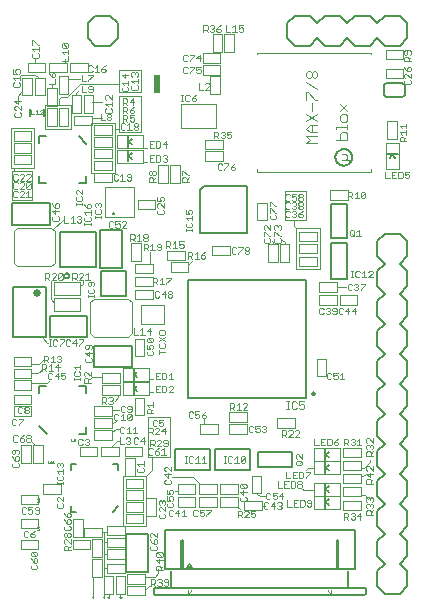
<source format=gto>
G75*
%MOIN*%
%OFA0B0*%
%FSLAX24Y24*%
%IPPOS*%
%LPD*%
%AMOC8*
5,1,8,0,0,1.08239X$1,22.5*
%
%ADD10C,0.0039*%
%ADD11C,0.0050*%
%ADD12C,0.0020*%
%ADD13C,0.0080*%
%ADD14C,0.0060*%
%ADD15C,0.0010*%
%ADD16C,0.0059*%
%ADD17C,0.0030*%
%ADD18R,0.0236X0.0591*%
%ADD19C,0.0079*%
%ADD20C,0.0256*%
%ADD21C,0.0040*%
D10*
X002018Y003275D02*
X002608Y003275D01*
X002608Y003590D01*
X002018Y003590D01*
X002018Y003275D01*
X002018Y003983D02*
X002608Y003983D01*
X002608Y004298D01*
X002018Y004298D01*
X002018Y003983D01*
X002018Y004771D02*
X002608Y004771D01*
X002608Y005086D01*
X002018Y005086D01*
X002018Y004771D01*
X002766Y005125D02*
X003356Y005125D01*
X003356Y005440D01*
X002766Y005440D01*
X002766Y005125D01*
X002746Y006168D02*
X002431Y006168D01*
X002431Y006759D01*
X002746Y006759D01*
X002746Y006168D01*
X002352Y006168D02*
X002352Y006759D01*
X002037Y006759D01*
X002037Y006168D01*
X002352Y006168D01*
X002470Y006779D02*
X002392Y006857D01*
X002372Y007723D02*
X001782Y007723D01*
X001782Y008038D01*
X002372Y008038D01*
X002372Y007723D01*
X002372Y008117D02*
X001782Y008117D01*
X001782Y008432D01*
X002372Y008432D01*
X002372Y008117D01*
X002372Y008590D02*
X001782Y008590D01*
X001782Y008905D01*
X002372Y008905D01*
X002372Y008590D01*
X002392Y008826D02*
X002904Y008826D01*
X002982Y008905D01*
X002746Y009298D02*
X002589Y009141D01*
X002392Y009141D01*
X002372Y009298D02*
X001782Y009298D01*
X001782Y008983D01*
X002372Y008983D01*
X002372Y009298D01*
X002372Y009377D02*
X002372Y009692D01*
X001782Y009692D01*
X001782Y009377D01*
X002372Y009377D01*
X002392Y009456D02*
X002628Y009456D01*
X002785Y009613D01*
X002904Y010164D02*
X002943Y010164D01*
X002904Y010164D02*
X002746Y010322D01*
X003140Y011208D02*
X004006Y011208D01*
X004006Y011641D01*
X003140Y011641D01*
X003140Y011208D01*
X003140Y011503D02*
X003022Y011621D01*
X003022Y012212D01*
X003140Y012192D02*
X004006Y012192D01*
X004006Y011759D01*
X003140Y011759D01*
X003140Y012192D01*
X003037Y012714D02*
X003159Y012836D01*
X003159Y013871D01*
X003037Y013993D01*
X001904Y013993D01*
X001782Y013871D01*
X001782Y012836D01*
X001904Y012714D01*
X003037Y012714D01*
X003100Y013944D02*
X003415Y014259D01*
X002392Y014928D02*
X002392Y015873D01*
X001801Y015873D01*
X001801Y015991D01*
X002470Y015991D01*
X002470Y017330D01*
X001683Y017330D01*
X001683Y015991D01*
X001801Y015991D01*
X001801Y015873D02*
X001722Y015873D01*
X001722Y014928D01*
X002392Y014928D01*
X002372Y016109D02*
X001782Y016109D01*
X001782Y016424D01*
X002372Y016424D01*
X002372Y016109D01*
X002372Y016503D02*
X002372Y016818D01*
X001782Y016818D01*
X001782Y016503D01*
X002372Y016503D01*
X002372Y016897D02*
X002372Y017212D01*
X001782Y017212D01*
X001782Y016897D01*
X002372Y016897D01*
X002825Y017290D02*
X003691Y017290D01*
X003691Y018078D01*
X003297Y018078D01*
X002825Y018078D01*
X002825Y017290D01*
X002904Y017389D02*
X003219Y017389D01*
X003219Y017979D01*
X002904Y017979D01*
X002904Y017389D01*
X003297Y017389D02*
X003612Y017389D01*
X003612Y017979D01*
X003297Y017979D01*
X003297Y017389D01*
X003789Y017408D02*
X004380Y017408D01*
X004380Y017723D01*
X003789Y017723D01*
X003789Y017408D01*
X003730Y017822D02*
X003730Y018412D01*
X004045Y018412D01*
X004045Y017822D01*
X003730Y017822D01*
X003573Y018353D02*
X003376Y018353D01*
X003297Y018275D01*
X003297Y018078D01*
X003219Y018058D02*
X003219Y018649D01*
X002904Y018649D01*
X002904Y018058D01*
X003219Y018058D01*
X003297Y018452D02*
X003297Y019042D01*
X003612Y019042D01*
X003612Y018452D01*
X003297Y018452D01*
X003061Y018668D02*
X003061Y018747D01*
X002825Y019003D02*
X002825Y018412D01*
X002510Y018412D01*
X002510Y019003D01*
X002825Y019003D01*
X002845Y019180D02*
X002845Y019495D01*
X002254Y019495D01*
X002254Y019180D01*
X002845Y019180D01*
X002963Y019180D02*
X003553Y019180D01*
X003553Y019495D01*
X002963Y019495D01*
X002963Y019180D01*
X002589Y019023D02*
X002510Y019101D01*
X002037Y019101D01*
X002077Y019003D02*
X002077Y018412D01*
X002392Y018412D01*
X002392Y019003D01*
X002077Y019003D01*
X002077Y018511D02*
X002037Y018511D01*
X001919Y018393D01*
X001919Y018314D01*
X002510Y019495D02*
X002510Y019613D01*
X003494Y019613D02*
X003494Y019495D01*
X003671Y019495D02*
X003671Y019180D01*
X004262Y019180D01*
X004262Y019495D01*
X003671Y019495D01*
X003612Y018944D02*
X004006Y018944D01*
X004006Y018786D02*
X005305Y018786D01*
X005305Y018511D01*
X006014Y018511D01*
X006014Y019259D01*
X005305Y019259D01*
X005305Y018786D01*
X005305Y018393D02*
X005305Y017290D01*
X005148Y017290D01*
X005148Y017487D01*
X004360Y017487D01*
X004360Y015834D01*
X005148Y015834D01*
X005148Y017290D01*
X005049Y017408D02*
X005049Y017094D01*
X004459Y017094D01*
X004459Y017408D01*
X005049Y017408D01*
X005305Y017290D02*
X005305Y017172D01*
X006014Y017172D01*
X006014Y018393D01*
X005305Y018393D01*
X004715Y018196D02*
X004400Y018196D01*
X004439Y018412D02*
X004124Y018412D01*
X004124Y017822D01*
X004439Y017822D01*
X004439Y018412D01*
X003967Y018590D02*
X003848Y018471D01*
X003848Y018432D01*
X003573Y018353D02*
X004006Y018786D01*
X004400Y017645D02*
X004715Y017645D01*
X004459Y017015D02*
X004459Y016700D01*
X005049Y016700D01*
X005049Y017015D01*
X004459Y017015D01*
X004459Y016621D02*
X004459Y016306D01*
X005049Y016306D01*
X005049Y016621D01*
X004459Y016621D01*
X004459Y016227D02*
X005049Y016227D01*
X005049Y015912D01*
X004459Y015912D01*
X004459Y016227D01*
X004459Y015834D02*
X005049Y015834D01*
X005049Y015519D01*
X004459Y015519D01*
X004459Y015834D01*
X004813Y015342D02*
X005797Y015342D01*
X005797Y014357D01*
X004813Y014357D01*
X004813Y015342D01*
X005226Y016168D02*
X006093Y016168D01*
X006093Y016601D01*
X005226Y016601D01*
X005226Y016168D01*
X005226Y016641D02*
X006093Y016641D01*
X006093Y017074D01*
X005226Y017074D01*
X005226Y016641D01*
X005915Y014928D02*
X005915Y014613D01*
X006506Y014613D01*
X006506Y014928D01*
X005915Y014928D01*
X006604Y015499D02*
X006604Y016090D01*
X006919Y016090D01*
X006919Y015499D01*
X006604Y015499D01*
X006998Y015499D02*
X006998Y016090D01*
X007313Y016090D01*
X007313Y015499D01*
X006998Y015499D01*
X008159Y016227D02*
X008750Y016227D01*
X008750Y016542D01*
X008159Y016542D01*
X008159Y016227D01*
X008159Y016621D02*
X008750Y016621D01*
X008750Y016936D01*
X008159Y016936D01*
X008159Y016621D01*
X008514Y017330D02*
X007372Y017330D01*
X007372Y018117D01*
X008514Y018117D01*
X008514Y017330D01*
X008652Y018452D02*
X008337Y018452D01*
X008337Y019042D01*
X008652Y019042D01*
X008652Y018452D01*
X008671Y019101D02*
X008671Y019416D01*
X008081Y019416D01*
X008081Y019101D01*
X008671Y019101D01*
X008671Y019495D02*
X008671Y019810D01*
X008081Y019810D01*
X008081Y019495D01*
X008671Y019495D01*
X008730Y019869D02*
X008415Y019869D01*
X008415Y020460D01*
X008730Y020460D01*
X008730Y019869D01*
X008809Y019869D02*
X008809Y020460D01*
X009124Y020460D01*
X009124Y019869D01*
X008809Y019869D01*
X009892Y019830D02*
X009892Y019771D01*
X009892Y019830D02*
X013711Y019830D01*
X013711Y019771D01*
X014183Y019928D02*
X014183Y019613D01*
X014774Y019613D01*
X014774Y019928D01*
X014183Y019928D01*
X014183Y019298D02*
X014183Y018983D01*
X014774Y018983D01*
X014774Y019298D01*
X014183Y019298D01*
X014242Y017546D02*
X014242Y016956D01*
X014557Y016956D01*
X014557Y017546D01*
X014242Y017546D01*
X014183Y016818D02*
X014183Y015952D01*
X014616Y015952D01*
X014616Y016818D01*
X014183Y016818D01*
X013711Y015952D02*
X013711Y015853D01*
X009892Y015853D01*
X009892Y015952D01*
X009911Y014830D02*
X009911Y014239D01*
X010226Y014239D01*
X010226Y014830D01*
X009911Y014830D01*
X010817Y015204D02*
X010817Y014259D01*
X011132Y014259D01*
X011132Y014062D01*
X011211Y013983D01*
X011998Y013983D01*
X011998Y012605D01*
X011211Y012605D01*
X011211Y013983D01*
X011309Y013865D02*
X011309Y013550D01*
X011900Y013550D01*
X011900Y013865D01*
X011309Y013865D01*
X011132Y014259D02*
X011526Y014259D01*
X011526Y015204D01*
X010817Y015204D01*
X010738Y013590D02*
X010817Y013511D01*
X010817Y013471D01*
X010974Y013452D02*
X010659Y013452D01*
X010659Y012861D01*
X010974Y012861D01*
X010974Y013452D01*
X010581Y013452D02*
X010581Y012861D01*
X010266Y012861D01*
X010266Y013452D01*
X010581Y013452D01*
X010423Y013471D02*
X010423Y013511D01*
X010384Y013550D01*
X011309Y013462D02*
X011309Y013147D01*
X011900Y013147D01*
X011900Y013462D01*
X011309Y013462D01*
X011309Y013029D02*
X011309Y012714D01*
X011900Y012714D01*
X011900Y013029D01*
X011309Y013029D01*
X011978Y012172D02*
X012569Y012172D01*
X012569Y011857D01*
X011978Y011857D01*
X011978Y012172D01*
X011978Y011739D02*
X012569Y011739D01*
X012569Y011424D01*
X011978Y011424D01*
X011978Y011739D01*
X012648Y011739D02*
X012648Y011424D01*
X013238Y011424D01*
X013238Y011739D01*
X012648Y011739D01*
X012589Y012015D02*
X012864Y012015D01*
X012195Y009633D02*
X011880Y009633D01*
X011880Y009042D01*
X012195Y009042D01*
X012195Y009633D01*
X011152Y007645D02*
X010561Y007645D01*
X010561Y007330D01*
X011152Y007330D01*
X011152Y007645D01*
X011801Y006641D02*
X012667Y006641D01*
X012667Y006208D01*
X012667Y005775D01*
X011801Y005775D01*
X011801Y006208D01*
X012667Y006208D01*
X011801Y006208D01*
X011801Y006641D01*
X011801Y005991D02*
X011604Y005991D01*
X011526Y005912D01*
X011801Y005499D02*
X012667Y005499D01*
X012667Y005066D01*
X012667Y004633D01*
X011801Y004633D01*
X011801Y005066D01*
X012667Y005066D01*
X011801Y005066D01*
X011801Y005499D01*
X011801Y005243D02*
X011447Y005243D01*
X011407Y005282D01*
X010148Y005046D02*
X009990Y005046D01*
X009911Y005125D01*
X010030Y005145D02*
X009715Y005145D01*
X009715Y005735D01*
X010030Y005735D01*
X010030Y005145D01*
X010049Y004889D02*
X009459Y004889D01*
X009459Y004574D01*
X010049Y004574D01*
X010049Y004889D01*
X010069Y004731D02*
X010148Y004731D01*
X009321Y004613D02*
X009242Y004692D01*
X009262Y004692D02*
X009262Y005007D01*
X008671Y005007D01*
X008671Y004692D01*
X009262Y004692D01*
X009262Y005125D02*
X008671Y005125D01*
X008671Y005440D01*
X009262Y005440D01*
X009262Y005125D01*
X008553Y005125D02*
X008553Y005440D01*
X007963Y005440D01*
X007963Y005125D01*
X008553Y005125D01*
X008553Y005007D02*
X007963Y005007D01*
X007963Y004692D01*
X008553Y004692D01*
X008553Y005007D01*
X007982Y005440D02*
X007746Y005676D01*
X007077Y005676D01*
X007254Y005440D02*
X007254Y005125D01*
X007845Y005125D01*
X007845Y005440D01*
X007254Y005440D01*
X007234Y005204D02*
X007156Y005204D01*
X007254Y005007D02*
X007254Y004692D01*
X007845Y004692D01*
X007845Y005007D01*
X007254Y005007D01*
X006526Y004987D02*
X006526Y004397D01*
X006211Y004397D01*
X006211Y004987D01*
X006526Y004987D01*
X006112Y004928D02*
X005522Y004928D01*
X005522Y005243D01*
X006112Y005243D01*
X006112Y004928D01*
X006112Y004849D02*
X005522Y004849D01*
X005522Y004534D01*
X006112Y004534D01*
X006112Y004849D01*
X006112Y004456D02*
X005522Y004456D01*
X005522Y004141D01*
X006112Y004141D01*
X006112Y004456D01*
X006211Y004062D02*
X006211Y005716D01*
X006407Y005912D01*
X006407Y006345D01*
X006998Y006345D01*
X006998Y007684D01*
X006250Y007684D01*
X006250Y006345D01*
X006407Y006345D01*
X006073Y006385D02*
X005482Y006385D01*
X005482Y006700D01*
X006073Y006700D01*
X006073Y006385D01*
X005817Y006326D02*
X005817Y005735D01*
X005502Y005735D01*
X005502Y006326D01*
X005817Y006326D01*
X006211Y005716D02*
X005423Y005716D01*
X005423Y004062D01*
X006211Y004062D01*
X005482Y004062D02*
X005482Y003747D01*
X004892Y003747D01*
X004892Y004062D01*
X005482Y004062D01*
X005482Y003668D02*
X004892Y003668D01*
X004892Y003353D01*
X005482Y003353D01*
X005482Y003668D01*
X005482Y003275D02*
X004892Y003275D01*
X004892Y002960D01*
X005482Y002960D01*
X005482Y003275D01*
X005482Y002802D02*
X004892Y002802D01*
X004892Y002487D01*
X005482Y002487D01*
X005482Y002802D01*
X005561Y002448D02*
X005561Y002133D01*
X006152Y002133D01*
X006152Y002448D01*
X005561Y002448D01*
X005502Y002389D02*
X005187Y002389D01*
X005187Y001798D01*
X005502Y001798D01*
X005502Y002389D01*
X005561Y002054D02*
X005561Y001739D01*
X006152Y001739D01*
X006152Y002054D01*
X005561Y002054D01*
X005345Y001779D02*
X005345Y001660D01*
X005384Y001700D01*
X005345Y001660D02*
X005305Y001700D01*
X005108Y001798D02*
X005108Y002389D01*
X004793Y002389D01*
X004793Y001798D01*
X005108Y001798D01*
X004990Y001700D02*
X004951Y001660D01*
X004911Y001700D01*
X004951Y001660D02*
X004951Y001779D01*
X004833Y001700D02*
X004793Y001660D01*
X004754Y001700D01*
X004793Y001660D02*
X004793Y002645D01*
X004872Y002645D01*
X004793Y002645D02*
X004793Y003117D01*
X004872Y003117D01*
X004793Y003117D02*
X004793Y003511D01*
X004872Y003511D01*
X004793Y003511D02*
X004793Y003865D01*
X004872Y003865D01*
X004793Y003865D02*
X004754Y003865D01*
X004734Y004003D02*
X004734Y003688D01*
X004144Y003688D01*
X004144Y004003D01*
X004734Y004003D01*
X004715Y003609D02*
X004400Y003609D01*
X004400Y003019D01*
X004715Y003019D01*
X004715Y003609D01*
X004341Y003590D02*
X004341Y003275D01*
X003750Y003275D01*
X003750Y003590D01*
X004341Y003590D01*
X004085Y003688D02*
X004085Y004279D01*
X003770Y004279D01*
X003770Y003688D01*
X004085Y003688D01*
X004400Y002940D02*
X004400Y002349D01*
X004715Y002349D01*
X004715Y002940D01*
X004400Y002940D01*
X004439Y002330D02*
X004439Y001660D01*
X004478Y001700D01*
X004439Y001660D02*
X004400Y001700D01*
X006171Y001936D02*
X006289Y002054D01*
X006368Y002054D01*
X006486Y002369D02*
X006171Y002369D01*
X006486Y002369D02*
X006604Y002487D01*
X006604Y002605D01*
X006112Y005322D02*
X005522Y005322D01*
X005522Y005637D01*
X006112Y005637D01*
X006112Y005322D01*
X005285Y006385D02*
X005285Y006700D01*
X004695Y006700D01*
X004695Y006385D01*
X005285Y006385D01*
X005030Y006700D02*
X005226Y006897D01*
X005305Y006897D01*
X005049Y006936D02*
X004459Y006936D01*
X004459Y007251D01*
X005049Y007251D01*
X005049Y006936D01*
X005069Y007172D02*
X005187Y007290D01*
X005345Y007290D01*
X005108Y007487D02*
X005187Y007566D01*
X005108Y007487D02*
X005069Y007487D01*
X005049Y007330D02*
X004459Y007330D01*
X004459Y007645D01*
X005049Y007645D01*
X005049Y007330D01*
X005049Y007723D02*
X004459Y007723D01*
X004459Y008038D01*
X005049Y008038D01*
X005049Y007723D01*
X005069Y007920D02*
X005305Y007920D01*
X005148Y008235D02*
X005266Y008353D01*
X005266Y008432D01*
X005325Y008432D02*
X004734Y008432D01*
X004734Y008747D01*
X005325Y008747D01*
X005325Y008432D01*
X005423Y008412D02*
X006289Y008412D01*
X006289Y008845D01*
X005423Y008845D01*
X005423Y008412D01*
X005325Y008826D02*
X004734Y008826D01*
X004734Y009141D01*
X005325Y009141D01*
X005325Y008826D01*
X005423Y008885D02*
X006289Y008885D01*
X006289Y009318D01*
X005423Y009318D01*
X005423Y008885D01*
X005817Y008334D02*
X005817Y007743D01*
X006132Y007743D01*
X006132Y008334D01*
X005817Y008334D01*
X005817Y009712D02*
X005817Y010302D01*
X006132Y010302D01*
X006132Y009712D01*
X005817Y009712D01*
X005596Y010351D02*
X005719Y010473D01*
X005719Y011509D01*
X005596Y011631D01*
X004463Y011631D01*
X004341Y011509D01*
X004341Y010473D01*
X004463Y010351D01*
X005596Y010351D01*
X006014Y010794D02*
X006014Y011424D01*
X006801Y011424D01*
X006801Y010794D01*
X006014Y010794D01*
X005837Y011621D02*
X006427Y011621D01*
X006427Y011936D01*
X005837Y011936D01*
X005837Y011621D01*
X005837Y012054D02*
X006427Y012054D01*
X006427Y012369D01*
X005837Y012369D01*
X005837Y012054D01*
X005837Y012487D02*
X006427Y012487D01*
X006427Y012802D01*
X005837Y012802D01*
X005837Y012487D01*
X005699Y012901D02*
X005699Y013491D01*
X006014Y013491D01*
X006014Y012901D01*
X005699Y012901D01*
X006329Y012802D02*
X006329Y013196D01*
X006900Y013235D02*
X006900Y012920D01*
X007490Y012920D01*
X007490Y013235D01*
X006900Y013235D01*
X007018Y012842D02*
X007608Y012842D01*
X007608Y012527D01*
X007018Y012527D01*
X007018Y012842D01*
X007628Y012802D02*
X007746Y012920D01*
X008396Y013078D02*
X008986Y013078D01*
X008986Y013393D01*
X008396Y013393D01*
X008396Y013078D01*
X008967Y007842D02*
X009557Y007842D01*
X009557Y007527D01*
X008967Y007527D01*
X008967Y007842D01*
X008967Y007448D02*
X009557Y007448D01*
X009557Y007133D01*
X008967Y007133D01*
X008967Y007448D01*
X008593Y007448D02*
X008593Y007133D01*
X008002Y007133D01*
X008002Y007448D01*
X008593Y007448D01*
X008140Y007448D02*
X008140Y007605D01*
X004577Y006700D02*
X004577Y006385D01*
X003986Y006385D01*
X003986Y006700D01*
X004577Y006700D01*
X004715Y009023D02*
X004400Y009023D01*
X004006Y012054D02*
X004085Y012133D01*
X004085Y012212D01*
X012333Y014928D02*
X012923Y014928D01*
X012923Y015243D01*
X012333Y015243D01*
X012333Y014928D01*
X012766Y006660D02*
X013356Y006660D01*
X013356Y006345D01*
X012766Y006345D01*
X012766Y006660D01*
X012766Y006227D02*
X013356Y006227D01*
X013356Y005912D01*
X012766Y005912D01*
X012766Y006227D01*
X012766Y005794D02*
X012766Y005479D01*
X013356Y005479D01*
X013356Y005794D01*
X012766Y005794D01*
X012766Y005361D02*
X013356Y005361D01*
X013356Y005046D01*
X012766Y005046D01*
X012766Y005361D01*
X012766Y004889D02*
X013356Y004889D01*
X013356Y004574D01*
X012766Y004574D01*
X012766Y004889D01*
X013376Y005086D02*
X013494Y005086D01*
X013612Y004968D01*
X013376Y005676D02*
X013455Y005755D01*
X013494Y005755D01*
X013455Y005991D02*
X013376Y005991D01*
X013455Y005991D02*
X013652Y006188D01*
X013652Y006267D01*
D11*
X012509Y016345D02*
X012511Y016378D01*
X012517Y016410D01*
X012526Y016441D01*
X012539Y016471D01*
X012556Y016499D01*
X012576Y016525D01*
X012599Y016549D01*
X012624Y016569D01*
X012652Y016587D01*
X012681Y016601D01*
X012712Y016611D01*
X012744Y016618D01*
X012777Y016621D01*
X012810Y016620D01*
X012842Y016615D01*
X012873Y016606D01*
X012904Y016594D01*
X012932Y016578D01*
X012959Y016559D01*
X012983Y016537D01*
X013004Y016512D01*
X013023Y016485D01*
X013038Y016456D01*
X013049Y016426D01*
X013057Y016394D01*
X013061Y016361D01*
X013061Y016329D01*
X013057Y016296D01*
X013049Y016264D01*
X013038Y016234D01*
X013023Y016205D01*
X013004Y016178D01*
X012983Y016153D01*
X012959Y016131D01*
X012932Y016112D01*
X012904Y016096D01*
X012873Y016084D01*
X012842Y016075D01*
X012810Y016070D01*
X012777Y016069D01*
X012744Y016072D01*
X012712Y016079D01*
X012681Y016089D01*
X012652Y016103D01*
X012624Y016121D01*
X012599Y016141D01*
X012576Y016165D01*
X012556Y016191D01*
X012539Y016219D01*
X012526Y016249D01*
X012517Y016280D01*
X012511Y016312D01*
X012509Y016345D01*
X005738Y010046D02*
X005738Y009338D01*
X004478Y009338D01*
X004478Y010046D01*
X005738Y010046D01*
X005522Y011719D02*
X004695Y011719D01*
X004695Y012546D01*
X005522Y012546D01*
X005522Y011719D01*
X005384Y012645D02*
X005384Y013905D01*
X004675Y013905D01*
X004675Y012645D01*
X005384Y012645D01*
X004242Y011070D02*
X004242Y010361D01*
X002982Y010361D01*
X002982Y011070D01*
X004242Y011070D01*
X004203Y008708D02*
X003967Y008708D01*
X004203Y008708D02*
X004203Y008471D01*
X004203Y007369D02*
X004203Y007133D01*
X003967Y007133D01*
X003868Y006109D02*
X003691Y006109D01*
X003691Y005932D01*
X003691Y004712D02*
X003691Y004534D01*
X003868Y004534D01*
X005085Y004534D02*
X005266Y004716D01*
X005541Y003786D02*
X005541Y002527D01*
X006250Y002527D01*
X006250Y003786D01*
X005541Y003786D01*
X005266Y005932D02*
X005266Y006109D01*
X005089Y006109D01*
X002884Y007133D02*
X002628Y007389D01*
X002628Y008471D02*
X002628Y008708D01*
X002864Y008708D01*
X002982Y014101D02*
X001722Y014101D01*
X001722Y014810D01*
X002982Y014810D01*
X002982Y014101D01*
X002864Y015479D02*
X002628Y015479D01*
X002628Y015716D01*
X002628Y016818D02*
X002628Y017054D01*
X002864Y017054D01*
X003947Y017054D02*
X004203Y016798D01*
X004203Y015716D02*
X004203Y015479D01*
X003967Y015479D01*
D12*
X002543Y002615D02*
X002398Y002615D01*
X002362Y002651D01*
X002362Y002724D01*
X002398Y002760D01*
X002470Y002833D02*
X002398Y002905D01*
X002362Y002977D01*
X002398Y003050D02*
X002362Y003086D01*
X002362Y003159D01*
X002398Y003195D01*
X002543Y003050D01*
X002579Y003086D01*
X002579Y003159D01*
X002543Y003195D01*
X002398Y003195D01*
X002398Y003050D02*
X002543Y003050D01*
X002543Y002977D02*
X002506Y002977D01*
X002470Y002941D01*
X002470Y002833D01*
X002543Y002833D01*
X002579Y002869D01*
X002579Y002941D01*
X002543Y002977D01*
X002543Y002760D02*
X002579Y002724D01*
X002579Y002651D01*
X002543Y002615D01*
X002452Y003678D02*
X002380Y003678D01*
X002344Y003714D01*
X002344Y003787D01*
X002452Y003787D01*
X002488Y003750D01*
X002488Y003714D01*
X002452Y003678D01*
X002344Y003787D02*
X002416Y003859D01*
X002488Y003895D01*
X002270Y003859D02*
X002234Y003895D01*
X002162Y003895D01*
X002126Y003859D01*
X002126Y003714D01*
X002162Y003678D01*
X002234Y003678D01*
X002270Y003714D01*
X002301Y004466D02*
X002265Y004502D01*
X002301Y004466D02*
X002373Y004466D01*
X002409Y004502D01*
X002409Y004574D01*
X002373Y004610D01*
X002337Y004610D01*
X002265Y004574D01*
X002265Y004682D01*
X002409Y004682D01*
X002482Y004646D02*
X002482Y004610D01*
X002518Y004574D01*
X002627Y004574D01*
X002627Y004646D02*
X002591Y004682D01*
X002518Y004682D01*
X002482Y004646D01*
X002482Y004502D02*
X002518Y004466D01*
X002591Y004466D01*
X002627Y004502D01*
X002627Y004646D01*
X002192Y004646D02*
X002156Y004682D01*
X002083Y004682D01*
X002047Y004646D01*
X002047Y004502D01*
X002083Y004466D01*
X002156Y004466D01*
X002192Y004502D01*
X003228Y004699D02*
X003264Y004663D01*
X003409Y004663D01*
X003445Y004699D01*
X003445Y004771D01*
X003409Y004807D01*
X003445Y004880D02*
X003300Y005024D01*
X003264Y005024D01*
X003228Y004988D01*
X003228Y004916D01*
X003264Y004880D01*
X003264Y004807D02*
X003228Y004771D01*
X003228Y004699D01*
X003445Y004880D02*
X003445Y005024D01*
X003445Y005440D02*
X003445Y005512D01*
X003445Y005476D02*
X003228Y005476D01*
X003228Y005440D02*
X003228Y005512D01*
X003264Y005585D02*
X003409Y005585D01*
X003445Y005621D01*
X003445Y005693D01*
X003409Y005729D01*
X003445Y005802D02*
X003445Y005947D01*
X003445Y005874D02*
X003228Y005874D01*
X003300Y005802D01*
X003264Y005729D02*
X003228Y005693D01*
X003228Y005621D01*
X003264Y005585D01*
X003264Y006020D02*
X003228Y006056D01*
X003228Y006128D01*
X003264Y006164D01*
X003300Y006164D01*
X003337Y006128D01*
X003373Y006164D01*
X003409Y006164D01*
X003445Y006128D01*
X003445Y006056D01*
X003409Y006020D01*
X003337Y006092D02*
X003337Y006128D01*
X003971Y006749D02*
X003935Y006785D01*
X003935Y006930D01*
X003971Y006966D01*
X004043Y006966D01*
X004080Y006930D01*
X004153Y006930D02*
X004189Y006966D01*
X004261Y006966D01*
X004297Y006930D01*
X004297Y006893D01*
X004261Y006857D01*
X004297Y006821D01*
X004297Y006785D01*
X004261Y006749D01*
X004189Y006749D01*
X004153Y006785D01*
X004080Y006785D02*
X004043Y006749D01*
X003971Y006749D01*
X004225Y006857D02*
X004261Y006857D01*
X005135Y007612D02*
X005171Y007576D01*
X005243Y007576D01*
X005279Y007612D01*
X005353Y007576D02*
X005497Y007576D01*
X005425Y007576D02*
X005425Y007792D01*
X005353Y007720D01*
X005279Y007756D02*
X005243Y007792D01*
X005171Y007792D01*
X005135Y007756D01*
X005135Y007612D01*
X005368Y007359D02*
X005332Y007323D01*
X005332Y007179D01*
X005368Y007143D01*
X005440Y007143D01*
X005476Y007179D01*
X005549Y007143D02*
X005694Y007143D01*
X005622Y007143D02*
X005622Y007359D01*
X005549Y007287D01*
X005476Y007323D02*
X005440Y007359D01*
X005368Y007359D01*
X005606Y007576D02*
X005570Y007612D01*
X005714Y007756D01*
X005714Y007612D01*
X005678Y007576D01*
X005606Y007576D01*
X005570Y007612D02*
X005570Y007756D01*
X005606Y007792D01*
X005678Y007792D01*
X005714Y007756D01*
X005678Y007852D02*
X005606Y007852D01*
X005570Y007888D01*
X005497Y007888D02*
X005461Y007852D01*
X005389Y007852D01*
X005353Y007888D01*
X005353Y008032D01*
X005389Y008068D01*
X005461Y008068D01*
X005497Y008032D01*
X005570Y008032D02*
X005570Y007996D01*
X005606Y007960D01*
X005714Y007960D01*
X005714Y007888D02*
X005714Y008032D01*
X005678Y008068D01*
X005606Y008068D01*
X005570Y008032D01*
X005714Y007888D02*
X005678Y007852D01*
X005839Y007359D02*
X005839Y007143D01*
X005767Y007143D02*
X005911Y007143D01*
X005896Y007005D02*
X005824Y007005D01*
X005788Y006969D01*
X005788Y006825D01*
X005824Y006789D01*
X005896Y006789D01*
X005932Y006825D01*
X006005Y006897D02*
X006149Y006897D01*
X006113Y006789D02*
X006113Y007005D01*
X006005Y006897D01*
X005932Y006969D02*
X005896Y007005D01*
X005677Y006969D02*
X005677Y006933D01*
X005641Y006897D01*
X005677Y006861D01*
X005677Y006825D01*
X005641Y006789D01*
X005569Y006789D01*
X005533Y006825D01*
X005459Y006789D02*
X005315Y006789D01*
X005315Y007005D01*
X005533Y006969D02*
X005569Y007005D01*
X005641Y007005D01*
X005677Y006969D01*
X005641Y006897D02*
X005605Y006897D01*
X005767Y007287D02*
X005839Y007359D01*
X006220Y007810D02*
X006220Y007918D01*
X006257Y007954D01*
X006329Y007954D01*
X006365Y007918D01*
X006365Y007810D01*
X006437Y007810D02*
X006220Y007810D01*
X006365Y007882D02*
X006437Y007954D01*
X006437Y008028D02*
X006437Y008172D01*
X006437Y008100D02*
X006220Y008100D01*
X006293Y008028D01*
X006452Y007595D02*
X006416Y007559D01*
X006416Y007415D01*
X006452Y007379D01*
X006524Y007379D01*
X006560Y007415D01*
X006633Y007415D02*
X006669Y007379D01*
X006741Y007379D01*
X006777Y007415D01*
X006777Y007487D01*
X006741Y007523D01*
X006705Y007523D01*
X006633Y007487D01*
X006633Y007595D01*
X006777Y007595D01*
X006560Y007559D02*
X006524Y007595D01*
X006452Y007595D01*
X006385Y007320D02*
X006421Y007284D01*
X006421Y007212D01*
X006385Y007176D01*
X006277Y007176D01*
X006349Y007176D02*
X006421Y007104D01*
X006494Y007104D02*
X006639Y007248D01*
X006639Y007284D01*
X006602Y007320D01*
X006530Y007320D01*
X006494Y007284D01*
X006385Y007320D02*
X006277Y007320D01*
X006277Y007104D01*
X006339Y006926D02*
X006447Y006926D01*
X006483Y006890D01*
X006483Y006818D01*
X006447Y006782D01*
X006339Y006782D01*
X006411Y006782D02*
X006483Y006710D01*
X006556Y006710D02*
X006701Y006854D01*
X006701Y006890D01*
X006664Y006926D01*
X006592Y006926D01*
X006556Y006890D01*
X006556Y006710D02*
X006701Y006710D01*
X006774Y006746D02*
X006810Y006710D01*
X006882Y006710D01*
X006918Y006746D01*
X006918Y006890D01*
X006882Y006926D01*
X006810Y006926D01*
X006774Y006890D01*
X006774Y006854D01*
X006810Y006818D01*
X006918Y006818D01*
X006784Y006651D02*
X006784Y006434D01*
X006712Y006434D02*
X006856Y006434D01*
X006712Y006578D02*
X006784Y006651D01*
X006639Y006651D02*
X006566Y006615D01*
X006494Y006542D01*
X006602Y006542D01*
X006639Y006506D01*
X006639Y006470D01*
X006602Y006434D01*
X006530Y006434D01*
X006494Y006470D01*
X006494Y006542D01*
X006421Y006470D02*
X006385Y006434D01*
X006313Y006434D01*
X006277Y006470D01*
X006277Y006615D01*
X006313Y006651D01*
X006385Y006651D01*
X006421Y006615D01*
X006339Y006710D02*
X006339Y006926D01*
X006494Y007104D02*
X006639Y007104D01*
X006712Y007212D02*
X006856Y007212D01*
X006820Y007320D02*
X006712Y007212D01*
X006820Y007104D02*
X006820Y007320D01*
X007615Y007691D02*
X007651Y007655D01*
X007724Y007655D01*
X007760Y007691D01*
X007833Y007691D02*
X007869Y007655D01*
X007941Y007655D01*
X007977Y007691D01*
X007977Y007763D01*
X007941Y007799D01*
X007905Y007799D01*
X007833Y007763D01*
X007833Y007871D01*
X007977Y007871D01*
X008050Y007763D02*
X008159Y007763D01*
X008195Y007727D01*
X008195Y007691D01*
X008159Y007655D01*
X008086Y007655D01*
X008050Y007691D01*
X008050Y007763D01*
X008123Y007835D01*
X008195Y007871D01*
X007760Y007835D02*
X007724Y007871D01*
X007651Y007871D01*
X007615Y007835D01*
X007615Y007691D01*
X007092Y008521D02*
X006948Y008521D01*
X007092Y008665D01*
X007092Y008701D01*
X007056Y008737D01*
X006984Y008737D01*
X006948Y008701D01*
X006875Y008701D02*
X006839Y008737D01*
X006731Y008737D01*
X006731Y008521D01*
X006839Y008521D01*
X006875Y008557D01*
X006875Y008701D01*
X006839Y008954D02*
X006875Y008990D01*
X006875Y009134D01*
X006839Y009170D01*
X006731Y009170D01*
X006731Y008954D01*
X006839Y008954D01*
X006948Y008954D02*
X007092Y008954D01*
X007020Y008954D02*
X007020Y009170D01*
X006948Y009098D01*
X006657Y009170D02*
X006513Y009170D01*
X006513Y008954D01*
X006657Y008954D01*
X006585Y009062D02*
X006513Y009062D01*
X006440Y008954D02*
X006295Y008954D01*
X006295Y009170D01*
X006295Y008737D02*
X006295Y008521D01*
X006440Y008521D01*
X006513Y008521D02*
X006657Y008521D01*
X006585Y008629D02*
X006513Y008629D01*
X006513Y008737D02*
X006513Y008521D01*
X006513Y008737D02*
X006657Y008737D01*
X006401Y009741D02*
X006437Y009777D01*
X006437Y009850D01*
X006401Y009886D01*
X006401Y009959D02*
X006437Y009995D01*
X006437Y010067D01*
X006401Y010103D01*
X006329Y010103D01*
X006293Y010067D01*
X006293Y010031D01*
X006329Y009959D01*
X006220Y009959D01*
X006220Y010103D01*
X006257Y010176D02*
X006220Y010212D01*
X006220Y010285D01*
X006257Y010321D01*
X006401Y010176D01*
X006437Y010212D01*
X006437Y010285D01*
X006401Y010321D01*
X006257Y010321D01*
X006331Y010430D02*
X006331Y010647D01*
X006223Y010538D01*
X006367Y010538D01*
X006149Y010430D02*
X006005Y010430D01*
X006077Y010430D02*
X006077Y010647D01*
X006005Y010575D01*
X005932Y010430D02*
X005788Y010430D01*
X005788Y010647D01*
X006257Y010176D02*
X006401Y010176D01*
X006614Y010216D02*
X006831Y010360D01*
X006794Y010433D02*
X006650Y010433D01*
X006614Y010469D01*
X006614Y010541D01*
X006650Y010577D01*
X006794Y010577D01*
X006831Y010541D01*
X006831Y010469D01*
X006794Y010433D01*
X006614Y010360D02*
X006831Y010216D01*
X006794Y010142D02*
X006831Y010106D01*
X006831Y010034D01*
X006794Y009998D01*
X006650Y009998D01*
X006614Y010034D01*
X006614Y010106D01*
X006650Y010142D01*
X006614Y009925D02*
X006614Y009781D01*
X006614Y009853D02*
X006831Y009853D01*
X006401Y009741D02*
X006257Y009741D01*
X006220Y009777D01*
X006220Y009850D01*
X006257Y009886D01*
X006532Y011670D02*
X006604Y011670D01*
X006641Y011706D01*
X006714Y011779D02*
X006858Y011779D01*
X006931Y011815D02*
X006931Y011851D01*
X006967Y011887D01*
X007039Y011887D01*
X007076Y011851D01*
X007076Y011815D01*
X007039Y011779D01*
X006967Y011779D01*
X006931Y011815D01*
X006967Y011779D02*
X006931Y011743D01*
X006931Y011706D01*
X006967Y011670D01*
X007039Y011670D01*
X007076Y011706D01*
X007076Y011743D01*
X007039Y011779D01*
X006869Y012104D02*
X006869Y012140D01*
X007014Y012284D01*
X007014Y012320D01*
X006869Y012320D01*
X006724Y012320D02*
X006724Y012104D01*
X006652Y012104D02*
X006796Y012104D01*
X006652Y012248D02*
X006724Y012320D01*
X006579Y012284D02*
X006579Y012212D01*
X006542Y012176D01*
X006434Y012176D01*
X006506Y012176D02*
X006579Y012104D01*
X006434Y012104D02*
X006434Y012320D01*
X006542Y012320D01*
X006579Y012284D01*
X006604Y011887D02*
X006532Y011887D01*
X006496Y011851D01*
X006496Y011706D01*
X006532Y011670D01*
X006641Y011851D02*
X006604Y011887D01*
X006714Y011779D02*
X006822Y011887D01*
X006822Y011670D01*
X007599Y012970D02*
X007599Y013186D01*
X007707Y013186D01*
X007743Y013150D01*
X007743Y013078D01*
X007707Y013042D01*
X007599Y013042D01*
X007671Y013042D02*
X007743Y012970D01*
X007816Y012970D02*
X007960Y012970D01*
X007888Y012970D02*
X007888Y013186D01*
X007816Y013114D01*
X008034Y013078D02*
X008142Y013078D01*
X008178Y013042D01*
X008178Y013006D01*
X008142Y012970D01*
X008070Y012970D01*
X008034Y013006D01*
X008034Y013078D01*
X008106Y013150D01*
X008178Y013186D01*
X007736Y013875D02*
X007736Y013947D01*
X007736Y013911D02*
X007520Y013911D01*
X007520Y013875D02*
X007520Y013947D01*
X007556Y014020D02*
X007700Y014020D01*
X007736Y014056D01*
X007736Y014128D01*
X007700Y014164D01*
X007736Y014238D02*
X007736Y014382D01*
X007736Y014310D02*
X007520Y014310D01*
X007592Y014238D01*
X007556Y014164D02*
X007520Y014128D01*
X007520Y014056D01*
X007556Y014020D01*
X007520Y014455D02*
X007628Y014455D01*
X007592Y014527D01*
X007592Y014563D01*
X007628Y014599D01*
X007700Y014599D01*
X007736Y014563D01*
X007736Y014491D01*
X007700Y014455D01*
X007520Y014455D02*
X007520Y014599D01*
X007546Y015529D02*
X007546Y015637D01*
X007510Y015673D01*
X007438Y015673D01*
X007402Y015637D01*
X007402Y015529D01*
X007618Y015529D01*
X007546Y015601D02*
X007618Y015673D01*
X007618Y015746D02*
X007582Y015746D01*
X007438Y015890D01*
X007402Y015890D01*
X007402Y015746D01*
X006895Y016234D02*
X006859Y016198D01*
X006787Y016198D01*
X006751Y016234D01*
X006678Y016234D02*
X006642Y016198D01*
X006534Y016198D01*
X006534Y016414D01*
X006642Y016414D01*
X006678Y016378D01*
X006678Y016234D01*
X006751Y016378D02*
X006787Y016414D01*
X006859Y016414D01*
X006895Y016378D01*
X006895Y016342D01*
X006859Y016306D01*
X006895Y016270D01*
X006895Y016234D01*
X006859Y016306D02*
X006823Y016306D01*
X006859Y016670D02*
X006859Y016887D01*
X006751Y016779D01*
X006895Y016779D01*
X006678Y016851D02*
X006642Y016887D01*
X006534Y016887D01*
X006534Y016670D01*
X006642Y016670D01*
X006678Y016706D01*
X006678Y016851D01*
X006460Y016887D02*
X006316Y016887D01*
X006316Y016670D01*
X006460Y016670D01*
X006388Y016779D02*
X006316Y016779D01*
X006243Y016670D02*
X006099Y016670D01*
X006099Y016887D01*
X005898Y017261D02*
X005826Y017261D01*
X005790Y017297D01*
X005790Y017333D01*
X005826Y017369D01*
X005898Y017369D01*
X005934Y017333D01*
X005934Y017297D01*
X005898Y017261D01*
X005898Y017369D02*
X005934Y017405D01*
X005934Y017441D01*
X005898Y017477D01*
X005826Y017477D01*
X005790Y017441D01*
X005790Y017405D01*
X005826Y017369D01*
X005716Y017261D02*
X005572Y017261D01*
X005644Y017261D02*
X005644Y017477D01*
X005572Y017405D01*
X005499Y017441D02*
X005463Y017477D01*
X005391Y017477D01*
X005355Y017441D01*
X005355Y017297D01*
X005391Y017261D01*
X005463Y017261D01*
X005499Y017297D01*
X005431Y017537D02*
X005431Y017753D01*
X005539Y017753D01*
X005576Y017717D01*
X005576Y017645D01*
X005539Y017609D01*
X005431Y017609D01*
X005503Y017609D02*
X005576Y017537D01*
X005649Y017573D02*
X005685Y017537D01*
X005757Y017537D01*
X005793Y017573D01*
X005793Y017645D01*
X005757Y017681D01*
X005721Y017681D01*
X005649Y017645D01*
X005649Y017753D01*
X005793Y017753D01*
X005757Y017812D02*
X005793Y017848D01*
X005793Y017884D01*
X005757Y017920D01*
X005649Y017920D01*
X005649Y017848D01*
X005685Y017812D01*
X005757Y017812D01*
X005649Y017920D02*
X005721Y017993D01*
X005793Y018029D01*
X005757Y018088D02*
X005757Y018304D01*
X005649Y018196D01*
X005793Y018196D01*
X005576Y018196D02*
X005539Y018160D01*
X005431Y018160D01*
X005431Y018088D02*
X005431Y018304D01*
X005539Y018304D01*
X005576Y018268D01*
X005576Y018196D01*
X005503Y018160D02*
X005576Y018088D01*
X005539Y018029D02*
X005576Y017993D01*
X005576Y017920D01*
X005539Y017884D01*
X005431Y017884D01*
X005431Y017812D02*
X005431Y018029D01*
X005539Y018029D01*
X005503Y017884D02*
X005576Y017812D01*
X005059Y017865D02*
X005059Y017937D01*
X005023Y017973D01*
X005059Y018046D02*
X005059Y018191D01*
X005059Y018119D02*
X004843Y018119D01*
X004915Y018046D01*
X004879Y017973D02*
X004843Y017937D01*
X004843Y017865D01*
X004879Y017829D01*
X005023Y017829D01*
X005059Y017865D01*
X005009Y017792D02*
X005045Y017756D01*
X005045Y017720D01*
X005009Y017684D01*
X004937Y017684D01*
X004901Y017720D01*
X004901Y017756D01*
X004937Y017792D01*
X005009Y017792D01*
X005009Y017684D02*
X005045Y017648D01*
X005045Y017612D01*
X005009Y017576D01*
X004937Y017576D01*
X004901Y017612D01*
X004901Y017648D01*
X004937Y017684D01*
X004828Y017576D02*
X004683Y017576D01*
X004683Y017792D01*
X004879Y018264D02*
X004843Y018300D01*
X004843Y018372D01*
X004879Y018408D01*
X004915Y018408D01*
X005059Y018264D01*
X005059Y018408D01*
X005394Y018574D02*
X005430Y018538D01*
X005574Y018538D01*
X005610Y018574D01*
X005610Y018646D01*
X005574Y018682D01*
X005610Y018755D02*
X005610Y018899D01*
X005610Y018827D02*
X005394Y018827D01*
X005466Y018755D01*
X005430Y018682D02*
X005394Y018646D01*
X005394Y018574D01*
X005709Y018636D02*
X005745Y018600D01*
X005889Y018600D01*
X005925Y018636D01*
X005925Y018708D01*
X005889Y018744D01*
X005925Y018817D02*
X005925Y018961D01*
X005925Y018889D02*
X005709Y018889D01*
X005781Y018817D01*
X005745Y018744D02*
X005709Y018708D01*
X005709Y018636D01*
X005502Y018973D02*
X005502Y019117D01*
X005610Y019081D02*
X005394Y019081D01*
X005502Y018973D01*
X005709Y019071D02*
X005709Y019143D01*
X005745Y019179D01*
X005781Y019179D01*
X005817Y019143D01*
X005853Y019179D01*
X005889Y019179D01*
X005925Y019143D01*
X005925Y019071D01*
X005889Y019035D01*
X005817Y019107D02*
X005817Y019143D01*
X005745Y019035D02*
X005709Y019071D01*
X004848Y019226D02*
X004848Y019262D01*
X004812Y019298D01*
X004704Y019298D01*
X004704Y019226D01*
X004740Y019190D01*
X004812Y019190D01*
X004848Y019226D01*
X004776Y019370D02*
X004704Y019298D01*
X004776Y019370D02*
X004848Y019407D01*
X004631Y019190D02*
X004486Y019190D01*
X004559Y019190D02*
X004559Y019407D01*
X004486Y019334D01*
X004413Y019370D02*
X004377Y019407D01*
X004305Y019407D01*
X004269Y019370D01*
X004269Y019226D01*
X004305Y019190D01*
X004377Y019190D01*
X004413Y019226D01*
X004417Y019092D02*
X004417Y019055D01*
X004273Y018911D01*
X004273Y018875D01*
X004200Y018875D02*
X004055Y018875D01*
X004055Y019092D01*
X004273Y019092D02*
X004417Y019092D01*
X004381Y018737D02*
X004309Y018737D01*
X004273Y018701D01*
X004273Y018665D01*
X004309Y018629D01*
X004417Y018629D01*
X004417Y018557D02*
X004417Y018701D01*
X004381Y018737D01*
X004417Y018557D02*
X004381Y018521D01*
X004309Y018521D01*
X004273Y018557D01*
X004200Y018521D02*
X004055Y018521D01*
X004055Y018737D01*
X003602Y019561D02*
X003386Y019561D01*
X003602Y019561D02*
X003602Y019705D01*
X003602Y019779D02*
X003602Y019923D01*
X003602Y019851D02*
X003386Y019851D01*
X003458Y019779D01*
X003422Y019996D02*
X003386Y020032D01*
X003386Y020104D01*
X003422Y020141D01*
X003566Y019996D01*
X003602Y020032D01*
X003602Y020104D01*
X003566Y020141D01*
X003422Y020141D01*
X003422Y019996D02*
X003566Y019996D01*
X003133Y019158D02*
X003097Y019158D01*
X003061Y019122D01*
X003061Y019014D01*
X003133Y019014D01*
X003169Y019050D01*
X003169Y019122D01*
X003133Y019158D01*
X002989Y019086D02*
X003061Y019014D01*
X002989Y019086D02*
X002953Y019158D01*
X003169Y018941D02*
X003169Y018796D01*
X002953Y018796D01*
X002582Y019663D02*
X002438Y019663D01*
X002402Y019699D01*
X002402Y019771D01*
X002438Y019807D01*
X002474Y019880D02*
X002402Y019952D01*
X002618Y019952D01*
X002618Y019880D02*
X002618Y020024D01*
X002618Y020098D02*
X002582Y020098D01*
X002438Y020242D01*
X002402Y020242D01*
X002402Y020098D01*
X002582Y019807D02*
X002618Y019771D01*
X002618Y019699D01*
X002582Y019663D01*
X001988Y019238D02*
X001988Y019166D01*
X001952Y019130D01*
X001880Y019130D02*
X001844Y019202D01*
X001844Y019238D01*
X001880Y019274D01*
X001952Y019274D01*
X001988Y019238D01*
X001880Y019130D02*
X001772Y019130D01*
X001772Y019274D01*
X001772Y018985D02*
X001988Y018985D01*
X001988Y018913D02*
X001988Y019057D01*
X001844Y018913D02*
X001772Y018985D01*
X001808Y018839D02*
X001772Y018803D01*
X001772Y018731D01*
X001808Y018695D01*
X001952Y018695D01*
X001988Y018731D01*
X001988Y018803D01*
X001952Y018839D01*
X001919Y018273D02*
X001919Y018129D01*
X001811Y018237D01*
X002027Y018237D01*
X002027Y018056D02*
X002027Y017912D01*
X001883Y018056D01*
X001847Y018056D01*
X001811Y018020D01*
X001811Y017948D01*
X001847Y017912D01*
X001847Y017838D02*
X001811Y017802D01*
X001811Y017730D01*
X001847Y017694D01*
X001991Y017694D01*
X002027Y017730D01*
X002027Y017802D01*
X001991Y017838D01*
X002025Y015784D02*
X001989Y015748D01*
X002025Y015784D02*
X002098Y015784D01*
X002134Y015748D01*
X002134Y015712D01*
X001989Y015568D01*
X002134Y015568D01*
X002098Y015509D02*
X002025Y015509D01*
X001989Y015473D01*
X001916Y015473D02*
X001880Y015509D01*
X001808Y015509D01*
X001772Y015473D01*
X001772Y015329D01*
X001808Y015292D01*
X001880Y015292D01*
X001916Y015329D01*
X001989Y015292D02*
X002134Y015437D01*
X002134Y015473D01*
X002098Y015509D01*
X002207Y015473D02*
X002207Y015329D01*
X002351Y015473D01*
X002351Y015329D01*
X002315Y015292D01*
X002243Y015292D01*
X002207Y015329D01*
X002134Y015292D02*
X001989Y015292D01*
X002025Y015233D02*
X001989Y015197D01*
X002025Y015233D02*
X002098Y015233D01*
X002134Y015197D01*
X002134Y015161D01*
X001989Y015017D01*
X002134Y015017D01*
X002207Y015017D02*
X002351Y015017D01*
X002279Y015017D02*
X002279Y015233D01*
X002207Y015161D01*
X002207Y015473D02*
X002243Y015509D01*
X002315Y015509D01*
X002351Y015473D01*
X002351Y015568D02*
X002207Y015568D01*
X002351Y015712D01*
X002351Y015748D01*
X002315Y015784D01*
X002243Y015784D01*
X002207Y015748D01*
X001916Y015748D02*
X001880Y015784D01*
X001808Y015784D01*
X001772Y015748D01*
X001772Y015604D01*
X001808Y015568D01*
X001880Y015568D01*
X001916Y015604D01*
X001880Y015233D02*
X001808Y015233D01*
X001772Y015197D01*
X001772Y015053D01*
X001808Y015017D01*
X001880Y015017D01*
X001916Y015053D01*
X001916Y015197D02*
X001880Y015233D01*
X003071Y014809D02*
X003107Y014737D01*
X003179Y014665D01*
X003179Y014773D01*
X003215Y014809D01*
X003251Y014809D01*
X003287Y014773D01*
X003287Y014701D01*
X003251Y014665D01*
X003179Y014665D01*
X003179Y014591D02*
X003179Y014447D01*
X003071Y014555D01*
X003287Y014555D01*
X003251Y014374D02*
X003287Y014338D01*
X003287Y014266D01*
X003251Y014229D01*
X003107Y014229D01*
X003071Y014266D01*
X003071Y014338D01*
X003107Y014374D01*
X003465Y014387D02*
X003465Y014170D01*
X003609Y014170D01*
X003682Y014170D02*
X003827Y014170D01*
X003754Y014170D02*
X003754Y014387D01*
X003682Y014315D01*
X003900Y014351D02*
X003936Y014387D01*
X004008Y014387D01*
X004044Y014351D01*
X004044Y014315D01*
X004008Y014279D01*
X004044Y014243D01*
X004044Y014206D01*
X004008Y014170D01*
X003936Y014170D01*
X003900Y014206D01*
X003972Y014279D02*
X004008Y014279D01*
X004134Y014253D02*
X004134Y014325D01*
X004170Y014361D01*
X004206Y014435D02*
X004134Y014507D01*
X004350Y014507D01*
X004350Y014435D02*
X004350Y014579D01*
X004314Y014652D02*
X004350Y014688D01*
X004350Y014760D01*
X004314Y014796D01*
X004278Y014796D01*
X004242Y014760D01*
X004242Y014652D01*
X004314Y014652D01*
X004242Y014652D02*
X004170Y014724D01*
X004134Y014796D01*
X004075Y014788D02*
X003858Y014788D01*
X003858Y014752D02*
X003858Y014824D01*
X003894Y014897D02*
X004039Y014897D01*
X004075Y014933D01*
X004075Y015005D01*
X004039Y015041D01*
X004075Y015114D02*
X003930Y015259D01*
X003894Y015259D01*
X003858Y015223D01*
X003858Y015150D01*
X003894Y015114D01*
X003894Y015041D02*
X003858Y015005D01*
X003858Y014933D01*
X003894Y014897D01*
X004075Y014824D02*
X004075Y014752D01*
X004075Y015114D02*
X004075Y015259D01*
X004524Y014826D02*
X004560Y014826D01*
X004596Y014789D01*
X004632Y014826D01*
X004669Y014826D01*
X004705Y014789D01*
X004705Y014717D01*
X004669Y014681D01*
X004669Y014608D02*
X004705Y014572D01*
X004705Y014500D01*
X004669Y014464D01*
X004524Y014464D01*
X004488Y014500D01*
X004488Y014572D01*
X004524Y014608D01*
X004524Y014681D02*
X004488Y014717D01*
X004488Y014789D01*
X004524Y014826D01*
X004596Y014789D02*
X004596Y014753D01*
X004488Y014391D02*
X004488Y014319D01*
X004488Y014355D02*
X004705Y014355D01*
X004705Y014319D02*
X004705Y014391D01*
X004961Y014174D02*
X004961Y014029D01*
X004997Y013993D01*
X005069Y013993D01*
X005105Y014029D01*
X005178Y014029D02*
X005214Y013993D01*
X005287Y013993D01*
X005323Y014029D01*
X005323Y014101D01*
X005287Y014138D01*
X005250Y014138D01*
X005178Y014101D01*
X005178Y014210D01*
X005323Y014210D01*
X005396Y014174D02*
X005432Y014210D01*
X005504Y014210D01*
X005540Y014174D01*
X005540Y014138D01*
X005396Y013993D01*
X005540Y013993D01*
X005669Y013777D02*
X005778Y013777D01*
X005814Y013741D01*
X005814Y013668D01*
X005778Y013632D01*
X005669Y013632D01*
X005669Y013560D02*
X005669Y013777D01*
X005742Y013632D02*
X005814Y013560D01*
X005887Y013560D02*
X006031Y013560D01*
X005959Y013560D02*
X005959Y013777D01*
X005887Y013704D01*
X006104Y013704D02*
X006104Y013741D01*
X006141Y013777D01*
X006213Y013777D01*
X006249Y013741D01*
X006249Y013704D01*
X006213Y013668D01*
X006141Y013668D01*
X006104Y013704D01*
X006141Y013668D02*
X006104Y013632D01*
X006104Y013596D01*
X006141Y013560D01*
X006213Y013560D01*
X006249Y013596D01*
X006249Y013632D01*
X006213Y013668D01*
X006228Y013462D02*
X006264Y013426D01*
X006264Y013353D01*
X006228Y013317D01*
X006119Y013317D01*
X006119Y013245D02*
X006119Y013462D01*
X006228Y013462D01*
X006337Y013390D02*
X006409Y013462D01*
X006409Y013245D01*
X006337Y013245D02*
X006481Y013245D01*
X006554Y013281D02*
X006590Y013245D01*
X006663Y013245D01*
X006699Y013281D01*
X006699Y013426D01*
X006663Y013462D01*
X006590Y013462D01*
X006554Y013426D01*
X006554Y013390D01*
X006590Y013353D01*
X006699Y013353D01*
X006867Y013324D02*
X006867Y013540D01*
X006976Y013540D01*
X007012Y013504D01*
X007012Y013432D01*
X006976Y013396D01*
X006867Y013396D01*
X006939Y013396D02*
X007012Y013324D01*
X007085Y013324D02*
X007229Y013324D01*
X007157Y013324D02*
X007157Y013540D01*
X007085Y013468D01*
X007302Y013432D02*
X007374Y013468D01*
X007411Y013468D01*
X007447Y013432D01*
X007447Y013360D01*
X007411Y013324D01*
X007338Y013324D01*
X007302Y013360D01*
X007302Y013432D02*
X007302Y013540D01*
X007447Y013540D01*
X006755Y014443D02*
X006791Y014479D01*
X006791Y014551D01*
X006755Y014587D01*
X006791Y014661D02*
X006647Y014805D01*
X006611Y014805D01*
X006575Y014769D01*
X006575Y014697D01*
X006611Y014661D01*
X006611Y014587D02*
X006575Y014551D01*
X006575Y014479D01*
X006611Y014443D01*
X006755Y014443D01*
X006791Y014661D02*
X006791Y014805D01*
X006755Y014878D02*
X006791Y014914D01*
X006791Y014986D01*
X006755Y015022D01*
X006683Y015022D01*
X006647Y014986D01*
X006647Y014950D01*
X006683Y014878D01*
X006575Y014878D01*
X006575Y015022D01*
X006516Y015529D02*
X006299Y015529D01*
X006299Y015637D01*
X006335Y015673D01*
X006407Y015673D01*
X006443Y015637D01*
X006443Y015529D01*
X006443Y015601D02*
X006516Y015673D01*
X006480Y015746D02*
X006443Y015746D01*
X006407Y015782D01*
X006407Y015854D01*
X006443Y015890D01*
X006480Y015890D01*
X006516Y015854D01*
X006516Y015782D01*
X006480Y015746D01*
X006407Y015782D02*
X006371Y015746D01*
X006335Y015746D01*
X006299Y015782D01*
X006299Y015854D01*
X006335Y015890D01*
X006371Y015890D01*
X006407Y015854D01*
X006460Y016198D02*
X006316Y016198D01*
X006316Y016414D01*
X006460Y016414D01*
X006388Y016306D02*
X006316Y016306D01*
X006243Y016198D02*
X006099Y016198D01*
X006099Y016414D01*
X005661Y015784D02*
X005589Y015784D01*
X005553Y015748D01*
X005553Y015712D01*
X005589Y015676D01*
X005698Y015676D01*
X005698Y015604D02*
X005698Y015748D01*
X005661Y015784D01*
X005698Y015604D02*
X005661Y015568D01*
X005589Y015568D01*
X005553Y015604D01*
X005480Y015568D02*
X005336Y015568D01*
X005408Y015568D02*
X005408Y015784D01*
X005336Y015712D01*
X005263Y015748D02*
X005226Y015784D01*
X005154Y015784D01*
X005118Y015748D01*
X005118Y015604D01*
X005154Y015568D01*
X005226Y015568D01*
X005263Y015604D01*
X004314Y014361D02*
X004350Y014325D01*
X004350Y014253D01*
X004314Y014217D01*
X004170Y014217D01*
X004134Y014253D01*
X004134Y014144D02*
X004134Y014072D01*
X004134Y014108D02*
X004350Y014108D01*
X004350Y014072D02*
X004350Y014144D01*
X004961Y014174D02*
X004997Y014210D01*
X005069Y014210D01*
X005105Y014174D01*
X006191Y013317D02*
X006264Y013245D01*
X004468Y012152D02*
X004468Y012080D01*
X004432Y012043D01*
X004432Y011970D02*
X004468Y011934D01*
X004468Y011862D01*
X004432Y011826D01*
X004288Y011826D01*
X004252Y011862D01*
X004252Y011934D01*
X004288Y011970D01*
X004288Y012043D02*
X004324Y012043D01*
X004360Y012080D01*
X004360Y012188D01*
X004288Y012188D02*
X004252Y012152D01*
X004252Y012080D01*
X004288Y012043D01*
X004288Y012188D02*
X004432Y012188D01*
X004468Y012152D01*
X004320Y012261D02*
X004175Y012261D01*
X004247Y012261D02*
X004247Y012477D01*
X004175Y012405D01*
X004102Y012405D02*
X004102Y012441D01*
X004066Y012477D01*
X003994Y012477D01*
X003958Y012441D01*
X003885Y012441D02*
X003885Y012369D01*
X003849Y012333D01*
X003740Y012333D01*
X003740Y012261D02*
X003740Y012477D01*
X003849Y012477D01*
X003885Y012441D01*
X003812Y012333D02*
X003885Y012261D01*
X003958Y012261D02*
X004102Y012405D01*
X004102Y012261D02*
X003958Y012261D01*
X004252Y011753D02*
X004252Y011681D01*
X004252Y011717D02*
X004468Y011717D01*
X004468Y011681D02*
X004468Y011753D01*
X003414Y012297D02*
X003378Y012261D01*
X003306Y012261D01*
X003270Y012297D01*
X003414Y012441D01*
X003414Y012297D01*
X003270Y012297D02*
X003270Y012441D01*
X003306Y012477D01*
X003378Y012477D01*
X003414Y012441D01*
X003197Y012441D02*
X003161Y012477D01*
X003088Y012477D01*
X003052Y012441D01*
X002979Y012441D02*
X002979Y012369D01*
X002943Y012333D01*
X002835Y012333D01*
X002907Y012333D02*
X002979Y012261D01*
X003052Y012261D02*
X003197Y012405D01*
X003197Y012441D01*
X003197Y012261D02*
X003052Y012261D01*
X002979Y012441D02*
X002943Y012477D01*
X002835Y012477D01*
X002835Y012261D01*
X002953Y010273D02*
X003025Y010273D01*
X002989Y010273D02*
X002989Y010056D01*
X002953Y010056D02*
X003025Y010056D01*
X003098Y010092D02*
X003098Y010237D01*
X003134Y010273D01*
X003206Y010273D01*
X003242Y010237D01*
X003315Y010273D02*
X003460Y010273D01*
X003460Y010237D01*
X003315Y010092D01*
X003315Y010056D01*
X003242Y010092D02*
X003206Y010056D01*
X003134Y010056D01*
X003098Y010092D01*
X003085Y009721D02*
X003013Y009649D01*
X002940Y009613D02*
X002904Y009577D01*
X002795Y009577D01*
X002795Y009505D02*
X002795Y009721D01*
X002904Y009721D01*
X002940Y009685D01*
X002940Y009613D01*
X002868Y009577D02*
X002940Y009505D01*
X003013Y009505D02*
X003157Y009505D01*
X003085Y009505D02*
X003085Y009721D01*
X003230Y009685D02*
X003267Y009721D01*
X003339Y009721D01*
X003375Y009685D01*
X003375Y009649D01*
X003339Y009613D01*
X003375Y009577D01*
X003375Y009541D01*
X003339Y009505D01*
X003267Y009505D01*
X003230Y009541D01*
X003303Y009613D02*
X003339Y009613D01*
X003277Y009446D02*
X003168Y009338D01*
X003313Y009338D01*
X003277Y009446D02*
X003277Y009229D01*
X003256Y009170D02*
X003148Y009062D01*
X003292Y009062D01*
X003365Y009062D02*
X003437Y009098D01*
X003474Y009098D01*
X003510Y009062D01*
X003510Y008990D01*
X003474Y008954D01*
X003401Y008954D01*
X003365Y008990D01*
X003365Y009062D02*
X003365Y009170D01*
X003510Y009170D01*
X003780Y009168D02*
X003780Y009096D01*
X003816Y009060D01*
X003960Y009060D01*
X003996Y009096D01*
X003996Y009168D01*
X003960Y009204D01*
X003996Y009277D02*
X003996Y009421D01*
X003996Y009349D02*
X003780Y009349D01*
X003852Y009277D01*
X003816Y009204D02*
X003780Y009168D01*
X003780Y008987D02*
X003780Y008915D01*
X003780Y008951D02*
X003996Y008951D01*
X003996Y008915D02*
X003996Y008987D01*
X004134Y008942D02*
X004134Y008834D01*
X004350Y008834D01*
X004278Y008834D02*
X004278Y008942D01*
X004242Y008978D01*
X004170Y008978D01*
X004134Y008942D01*
X004170Y009051D02*
X004134Y009087D01*
X004134Y009160D01*
X004170Y009196D01*
X004206Y009196D01*
X004350Y009051D01*
X004350Y009196D01*
X004350Y008978D02*
X004278Y008906D01*
X004209Y009505D02*
X004354Y009505D01*
X004390Y009541D01*
X004390Y009613D01*
X004354Y009649D01*
X004281Y009723D02*
X004281Y009867D01*
X004245Y009940D02*
X004281Y009976D01*
X004281Y010084D01*
X004209Y010084D02*
X004354Y010084D01*
X004390Y010048D01*
X004390Y009976D01*
X004354Y009940D01*
X004245Y009940D02*
X004209Y009940D01*
X004173Y009976D01*
X004173Y010048D01*
X004209Y010084D01*
X004100Y010237D02*
X003956Y010092D01*
X003956Y010056D01*
X003847Y010056D02*
X003847Y010273D01*
X003738Y010164D01*
X003883Y010164D01*
X003956Y010273D02*
X004100Y010273D01*
X004100Y010237D01*
X004173Y009831D02*
X004281Y009723D01*
X004209Y009649D02*
X004173Y009613D01*
X004173Y009541D01*
X004209Y009505D01*
X004173Y009831D02*
X004390Y009831D01*
X003665Y010092D02*
X003629Y010056D01*
X003557Y010056D01*
X003521Y010092D01*
X003521Y010237D01*
X003557Y010273D01*
X003629Y010273D01*
X003665Y010237D01*
X003023Y009446D02*
X003023Y009229D01*
X003039Y009170D02*
X002966Y009170D01*
X002930Y009134D01*
X002930Y008990D01*
X002966Y008954D01*
X003039Y008954D01*
X003075Y008990D01*
X003075Y009134D02*
X003039Y009170D01*
X003095Y009229D02*
X002951Y009229D01*
X002878Y009229D02*
X002806Y009302D01*
X002842Y009302D02*
X002733Y009302D01*
X002733Y009229D02*
X002733Y009446D01*
X002842Y009446D01*
X002878Y009410D01*
X002878Y009338D01*
X002842Y009302D01*
X002951Y009374D02*
X003023Y009446D01*
X003256Y009170D02*
X003256Y008954D01*
X002289Y007993D02*
X002289Y007956D01*
X002253Y007920D01*
X002181Y007920D01*
X002145Y007956D01*
X002145Y007993D01*
X002181Y008029D01*
X002253Y008029D01*
X002289Y007993D01*
X002253Y007920D02*
X002289Y007884D01*
X002289Y007848D01*
X002253Y007812D01*
X002181Y007812D01*
X002145Y007848D01*
X002145Y007884D01*
X002181Y007920D01*
X002072Y007848D02*
X002036Y007812D01*
X001963Y007812D01*
X001927Y007848D01*
X001927Y007993D01*
X001963Y008029D01*
X002036Y008029D01*
X002072Y007993D01*
X002092Y007635D02*
X001948Y007635D01*
X001875Y007599D02*
X001839Y007635D01*
X001767Y007635D01*
X001731Y007599D01*
X001731Y007455D01*
X001767Y007418D01*
X001839Y007418D01*
X001875Y007455D01*
X001948Y007455D02*
X001948Y007418D01*
X001948Y007455D02*
X002092Y007599D01*
X002092Y007635D01*
X002134Y007084D02*
X002061Y007048D01*
X001989Y006975D01*
X002098Y006975D01*
X002134Y006939D01*
X002134Y006903D01*
X002098Y006867D01*
X002025Y006867D01*
X001989Y006903D01*
X001989Y006975D01*
X001916Y006903D02*
X001880Y006867D01*
X001808Y006867D01*
X001772Y006903D01*
X001772Y007048D01*
X001808Y007084D01*
X001880Y007084D01*
X001916Y007048D01*
X002207Y007048D02*
X002207Y007012D01*
X002243Y006975D01*
X002315Y006975D01*
X002351Y006939D01*
X002351Y006903D01*
X002315Y006867D01*
X002243Y006867D01*
X002207Y006903D01*
X002207Y006939D01*
X002243Y006975D01*
X002315Y006975D02*
X002351Y007012D01*
X002351Y007048D01*
X002315Y007084D01*
X002243Y007084D01*
X002207Y007048D01*
X001913Y006597D02*
X001768Y006597D01*
X001732Y006561D01*
X001732Y006489D01*
X001768Y006453D01*
X001804Y006453D01*
X001840Y006489D01*
X001840Y006597D01*
X001913Y006597D02*
X001949Y006561D01*
X001949Y006489D01*
X001913Y006453D01*
X001913Y006380D02*
X001877Y006380D01*
X001840Y006344D01*
X001840Y006235D01*
X001913Y006235D01*
X001949Y006271D01*
X001949Y006344D01*
X001913Y006380D01*
X001768Y006308D02*
X001840Y006235D01*
X001768Y006308D02*
X001732Y006380D01*
X001768Y006162D02*
X001732Y006126D01*
X001732Y006054D01*
X001768Y006018D01*
X001913Y006018D01*
X001949Y006054D01*
X001949Y006126D01*
X001913Y006162D01*
X003465Y004494D02*
X003501Y004422D01*
X003573Y004350D01*
X003573Y004458D01*
X003609Y004494D01*
X003645Y004494D01*
X003681Y004458D01*
X003681Y004386D01*
X003645Y004350D01*
X003573Y004350D01*
X003609Y004276D02*
X003573Y004240D01*
X003573Y004132D01*
X003645Y004132D01*
X003681Y004168D01*
X003681Y004240D01*
X003645Y004276D01*
X003609Y004276D01*
X003501Y004204D02*
X003573Y004132D01*
X003501Y004204D02*
X003465Y004276D01*
X003501Y004059D02*
X003465Y004023D01*
X003465Y003951D01*
X003501Y003915D01*
X003645Y003915D01*
X003681Y003951D01*
X003681Y004023D01*
X003645Y004059D01*
X003645Y003825D02*
X003681Y003788D01*
X003681Y003716D01*
X003645Y003680D01*
X003609Y003680D01*
X003573Y003716D01*
X003573Y003788D01*
X003609Y003825D01*
X003645Y003825D01*
X003573Y003788D02*
X003537Y003825D01*
X003501Y003825D01*
X003465Y003788D01*
X003465Y003716D01*
X003501Y003680D01*
X003537Y003680D01*
X003573Y003716D01*
X003537Y003607D02*
X003501Y003607D01*
X003465Y003571D01*
X003465Y003499D01*
X003501Y003463D01*
X003501Y003390D02*
X003573Y003390D01*
X003609Y003353D01*
X003609Y003245D01*
X003681Y003245D02*
X003465Y003245D01*
X003465Y003353D01*
X003501Y003390D01*
X003609Y003317D02*
X003681Y003390D01*
X003681Y003463D02*
X003537Y003607D01*
X003681Y003607D02*
X003681Y003463D01*
X005942Y005844D02*
X006086Y005844D01*
X006122Y005880D01*
X006122Y005952D01*
X006086Y005988D01*
X006122Y006061D02*
X006122Y006205D01*
X006122Y006133D02*
X005905Y006133D01*
X005978Y006061D01*
X005942Y005988D02*
X005905Y005952D01*
X005905Y005880D01*
X005942Y005844D01*
X006650Y004904D02*
X006686Y004904D01*
X006722Y004868D01*
X006758Y004904D01*
X006794Y004904D01*
X006831Y004868D01*
X006831Y004796D01*
X006794Y004760D01*
X006831Y004687D02*
X006831Y004543D01*
X006686Y004687D01*
X006650Y004687D01*
X006614Y004651D01*
X006614Y004579D01*
X006650Y004543D01*
X006650Y004469D02*
X006614Y004433D01*
X006614Y004361D01*
X006650Y004325D01*
X006794Y004325D01*
X006831Y004361D01*
X006831Y004433D01*
X006794Y004469D01*
X006946Y004423D02*
X006946Y004567D01*
X006982Y004603D01*
X007054Y004603D01*
X007090Y004567D01*
X007164Y004495D02*
X007308Y004495D01*
X007381Y004531D02*
X007453Y004603D01*
X007453Y004387D01*
X007381Y004387D02*
X007525Y004387D01*
X007773Y004423D02*
X007773Y004567D01*
X007809Y004603D01*
X007881Y004603D01*
X007917Y004567D01*
X007990Y004603D02*
X007990Y004495D01*
X008062Y004531D01*
X008099Y004531D01*
X008135Y004495D01*
X008135Y004423D01*
X008099Y004387D01*
X008026Y004387D01*
X007990Y004423D01*
X007917Y004423D02*
X007881Y004387D01*
X007809Y004387D01*
X007773Y004423D01*
X007990Y004603D02*
X008135Y004603D01*
X008208Y004603D02*
X008352Y004603D01*
X008352Y004567D01*
X008208Y004423D01*
X008208Y004387D01*
X007272Y004387D02*
X007272Y004603D01*
X007164Y004495D01*
X007090Y004423D02*
X007054Y004387D01*
X006982Y004387D01*
X006946Y004423D01*
X006926Y004679D02*
X007070Y004679D01*
X007106Y004715D01*
X007106Y004788D01*
X007070Y004824D01*
X007070Y004897D02*
X007106Y004933D01*
X007106Y005005D01*
X007070Y005041D01*
X006998Y005041D01*
X006962Y005005D01*
X006962Y004969D01*
X006998Y004897D01*
X006890Y004897D01*
X006890Y005041D01*
X006890Y005114D02*
X006998Y005114D01*
X006962Y005186D01*
X006962Y005223D01*
X006998Y005259D01*
X007070Y005259D01*
X007106Y005223D01*
X007106Y005150D01*
X007070Y005114D01*
X006890Y005114D02*
X006890Y005259D01*
X006847Y005450D02*
X006991Y005450D01*
X007027Y005486D01*
X007027Y005558D01*
X006991Y005594D01*
X006919Y005667D02*
X006811Y005776D01*
X007027Y005776D01*
X007027Y005885D02*
X006883Y006029D01*
X006847Y006029D01*
X006811Y005993D01*
X006811Y005921D01*
X006847Y005885D01*
X006919Y005812D02*
X006919Y005667D01*
X006847Y005594D02*
X006811Y005558D01*
X006811Y005486D01*
X006847Y005450D01*
X007027Y005885D02*
X007027Y006029D01*
X007480Y006159D02*
X007553Y006159D01*
X007517Y006159D02*
X007517Y006375D01*
X007553Y006375D02*
X007480Y006375D01*
X007625Y006339D02*
X007625Y006195D01*
X007662Y006159D01*
X007734Y006159D01*
X007770Y006195D01*
X007843Y006159D02*
X007987Y006159D01*
X007915Y006159D02*
X007915Y006375D01*
X007843Y006303D01*
X007770Y006339D02*
X007734Y006375D01*
X007662Y006375D01*
X007625Y006339D01*
X008061Y006303D02*
X008133Y006375D01*
X008133Y006159D01*
X008061Y006159D02*
X008205Y006159D01*
X008780Y006159D02*
X008852Y006159D01*
X008816Y006159D02*
X008816Y006375D01*
X008780Y006375D02*
X008852Y006375D01*
X008925Y006339D02*
X008925Y006195D01*
X008961Y006159D01*
X009033Y006159D01*
X009069Y006195D01*
X009142Y006159D02*
X009286Y006159D01*
X009214Y006159D02*
X009214Y006375D01*
X009142Y006303D01*
X009069Y006339D02*
X009033Y006375D01*
X008961Y006375D01*
X008925Y006339D01*
X009360Y006339D02*
X009360Y006195D01*
X009504Y006339D01*
X009504Y006195D01*
X009468Y006159D01*
X009396Y006159D01*
X009360Y006195D01*
X009360Y006339D02*
X009396Y006375D01*
X009468Y006375D01*
X009504Y006339D01*
X009662Y007182D02*
X009734Y007182D01*
X009770Y007218D01*
X009844Y007218D02*
X009880Y007182D01*
X009952Y007182D01*
X009988Y007218D01*
X009988Y007290D01*
X009952Y007327D01*
X009916Y007327D01*
X009844Y007290D01*
X009844Y007399D01*
X009988Y007399D01*
X010061Y007363D02*
X010097Y007399D01*
X010169Y007399D01*
X010205Y007363D01*
X010205Y007327D01*
X010169Y007290D01*
X010205Y007254D01*
X010205Y007218D01*
X010169Y007182D01*
X010097Y007182D01*
X010061Y007218D01*
X010133Y007290D02*
X010169Y007290D01*
X009770Y007363D02*
X009734Y007399D01*
X009662Y007399D01*
X009626Y007363D01*
X009626Y007218D01*
X009662Y007182D01*
X009576Y007930D02*
X009431Y007930D01*
X009576Y008075D01*
X009576Y008111D01*
X009539Y008147D01*
X009467Y008147D01*
X009431Y008111D01*
X009286Y008147D02*
X009286Y007930D01*
X009214Y007930D02*
X009358Y007930D01*
X009214Y008075D02*
X009286Y008147D01*
X009141Y008111D02*
X009141Y008038D01*
X009104Y008002D01*
X008996Y008002D01*
X008996Y007930D02*
X008996Y008147D01*
X009104Y008147D01*
X009141Y008111D01*
X009068Y008002D02*
X009141Y007930D01*
X010726Y007241D02*
X010726Y007025D01*
X010726Y007097D02*
X010834Y007097D01*
X010870Y007133D01*
X010870Y007205D01*
X010834Y007241D01*
X010726Y007241D01*
X010798Y007097D02*
X010870Y007025D01*
X010943Y007025D02*
X011087Y007169D01*
X011087Y007205D01*
X011051Y007241D01*
X010979Y007241D01*
X010943Y007205D01*
X010943Y007025D02*
X011087Y007025D01*
X011161Y007025D02*
X011305Y007169D01*
X011305Y007205D01*
X011269Y007241D01*
X011197Y007241D01*
X011161Y007205D01*
X011161Y007025D02*
X011305Y007025D01*
X011807Y006966D02*
X011807Y006749D01*
X011952Y006749D01*
X012025Y006749D02*
X012169Y006749D01*
X012242Y006749D02*
X012242Y006966D01*
X012351Y006966D01*
X012387Y006930D01*
X012387Y006785D01*
X012351Y006749D01*
X012242Y006749D01*
X012097Y006857D02*
X012025Y006857D01*
X012025Y006749D02*
X012025Y006966D01*
X012169Y006966D01*
X012460Y006857D02*
X012568Y006857D01*
X012604Y006821D01*
X012604Y006785D01*
X012568Y006749D01*
X012496Y006749D01*
X012460Y006785D01*
X012460Y006857D01*
X012532Y006930D01*
X012604Y006966D01*
X012795Y006966D02*
X012795Y006749D01*
X012795Y006821D02*
X012904Y006821D01*
X012940Y006857D01*
X012940Y006930D01*
X012904Y006966D01*
X012795Y006966D01*
X012868Y006821D02*
X012940Y006749D01*
X013013Y006785D02*
X013049Y006749D01*
X013121Y006749D01*
X013157Y006785D01*
X013157Y006821D01*
X013121Y006857D01*
X013085Y006857D01*
X013121Y006857D02*
X013157Y006893D01*
X013157Y006930D01*
X013121Y006966D01*
X013049Y006966D01*
X013013Y006930D01*
X013230Y006893D02*
X013303Y006966D01*
X013303Y006749D01*
X013375Y006749D02*
X013230Y006749D01*
X013543Y006721D02*
X013543Y006648D01*
X013579Y006612D01*
X013579Y006539D02*
X013651Y006539D01*
X013688Y006503D01*
X013688Y006395D01*
X013760Y006395D02*
X013543Y006395D01*
X013543Y006503D01*
X013579Y006539D01*
X013688Y006467D02*
X013760Y006539D01*
X013724Y006612D02*
X013760Y006648D01*
X013760Y006721D01*
X013724Y006757D01*
X013688Y006757D01*
X013651Y006721D01*
X013651Y006684D01*
X013651Y006721D02*
X013615Y006757D01*
X013579Y006757D01*
X013543Y006721D01*
X013579Y006830D02*
X013543Y006866D01*
X013543Y006938D01*
X013579Y006974D01*
X013615Y006974D01*
X013760Y006830D01*
X013760Y006974D01*
X013760Y006046D02*
X013760Y005902D01*
X013615Y006046D01*
X013579Y006046D01*
X013543Y006010D01*
X013543Y005938D01*
X013579Y005902D01*
X013651Y005829D02*
X013651Y005684D01*
X013543Y005792D01*
X013760Y005792D01*
X013760Y005611D02*
X013688Y005539D01*
X013688Y005575D02*
X013688Y005467D01*
X013760Y005467D02*
X013543Y005467D01*
X013543Y005575D01*
X013579Y005611D01*
X013651Y005611D01*
X013688Y005575D01*
X013688Y005006D02*
X013724Y005006D01*
X013760Y004970D01*
X013760Y004897D01*
X013724Y004861D01*
X013724Y004788D02*
X013760Y004752D01*
X013760Y004680D01*
X013724Y004644D01*
X013760Y004571D02*
X013688Y004498D01*
X013688Y004535D02*
X013688Y004426D01*
X013760Y004426D02*
X013543Y004426D01*
X013543Y004535D01*
X013579Y004571D01*
X013651Y004571D01*
X013688Y004535D01*
X013579Y004644D02*
X013543Y004680D01*
X013543Y004752D01*
X013579Y004788D01*
X013615Y004788D01*
X013651Y004752D01*
X013688Y004788D01*
X013724Y004788D01*
X013651Y004752D02*
X013651Y004716D01*
X013579Y004861D02*
X013543Y004897D01*
X013543Y004970D01*
X013579Y005006D01*
X013615Y005006D01*
X013651Y004970D01*
X013688Y005006D01*
X013651Y004970D02*
X013651Y004933D01*
X013339Y004485D02*
X013230Y004377D01*
X013375Y004377D01*
X013339Y004269D02*
X013339Y004485D01*
X013157Y004449D02*
X013157Y004413D01*
X013121Y004377D01*
X013157Y004341D01*
X013157Y004305D01*
X013121Y004269D01*
X013049Y004269D01*
X013013Y004305D01*
X012940Y004269D02*
X012868Y004341D01*
X012904Y004341D02*
X012795Y004341D01*
X012795Y004269D02*
X012795Y004485D01*
X012904Y004485D01*
X012940Y004449D01*
X012940Y004377D01*
X012904Y004341D01*
X013013Y004449D02*
X013049Y004485D01*
X013121Y004485D01*
X013157Y004449D01*
X013121Y004377D02*
X013085Y004377D01*
X011699Y004738D02*
X011699Y004882D01*
X011663Y004918D01*
X011590Y004918D01*
X011554Y004882D01*
X011554Y004846D01*
X011590Y004810D01*
X011699Y004810D01*
X011699Y004738D02*
X011663Y004702D01*
X011590Y004702D01*
X011554Y004738D01*
X011481Y004738D02*
X011481Y004882D01*
X011445Y004918D01*
X011337Y004918D01*
X011337Y004702D01*
X011445Y004702D01*
X011481Y004738D01*
X011264Y004702D02*
X011119Y004702D01*
X011119Y004918D01*
X011264Y004918D01*
X011191Y004810D02*
X011119Y004810D01*
X011046Y004702D02*
X010902Y004702D01*
X010902Y004918D01*
X010740Y004938D02*
X010740Y005155D01*
X010632Y005046D01*
X010776Y005046D01*
X010559Y005046D02*
X010559Y004974D01*
X010523Y004938D01*
X010451Y004938D01*
X010415Y004974D01*
X010415Y005046D02*
X010487Y005082D01*
X010523Y005082D01*
X010559Y005046D01*
X010559Y005155D02*
X010415Y005155D01*
X010415Y005046D01*
X010341Y004974D02*
X010305Y004938D01*
X010233Y004938D01*
X010197Y004974D01*
X010197Y005118D01*
X010233Y005155D01*
X010305Y005155D01*
X010341Y005118D01*
X010243Y004840D02*
X010171Y004840D01*
X010135Y004804D01*
X010135Y004659D01*
X010171Y004623D01*
X010243Y004623D01*
X010279Y004659D01*
X010353Y004731D02*
X010497Y004731D01*
X010570Y004659D02*
X010606Y004623D01*
X010678Y004623D01*
X010714Y004659D01*
X010714Y004695D01*
X010678Y004731D01*
X010642Y004731D01*
X010678Y004731D02*
X010714Y004767D01*
X010714Y004804D01*
X010678Y004840D01*
X010606Y004840D01*
X010570Y004804D01*
X010461Y004840D02*
X010461Y004623D01*
X010353Y004731D02*
X010461Y004840D01*
X010279Y004804D02*
X010243Y004840D01*
X010587Y005332D02*
X010731Y005332D01*
X010804Y005332D02*
X010949Y005332D01*
X011022Y005332D02*
X011022Y005548D01*
X011130Y005548D01*
X011166Y005512D01*
X011166Y005368D01*
X011130Y005332D01*
X011022Y005332D01*
X010876Y005440D02*
X010804Y005440D01*
X010804Y005548D02*
X010804Y005332D01*
X010804Y005548D02*
X010949Y005548D01*
X011007Y005647D02*
X010862Y005647D01*
X010862Y005863D01*
X011080Y005863D02*
X011080Y005647D01*
X011224Y005647D01*
X011297Y005647D02*
X011297Y005863D01*
X011406Y005863D01*
X011442Y005827D01*
X011442Y005683D01*
X011406Y005647D01*
X011297Y005647D01*
X011275Y005548D02*
X011348Y005548D01*
X011384Y005512D01*
X011384Y005476D01*
X011348Y005440D01*
X011275Y005440D01*
X011239Y005476D01*
X011239Y005512D01*
X011275Y005548D01*
X011275Y005440D02*
X011239Y005404D01*
X011239Y005368D01*
X011275Y005332D01*
X011348Y005332D01*
X011384Y005368D01*
X011384Y005404D01*
X011348Y005440D01*
X011515Y005647D02*
X011515Y005683D01*
X011659Y005827D01*
X011659Y005863D01*
X011515Y005863D01*
X011361Y006078D02*
X011397Y006114D01*
X011397Y006186D01*
X011361Y006222D01*
X011217Y006222D01*
X011181Y006186D01*
X011181Y006114D01*
X011217Y006078D01*
X011361Y006078D01*
X011325Y006150D02*
X011397Y006222D01*
X011397Y006295D02*
X011253Y006440D01*
X011217Y006440D01*
X011181Y006404D01*
X011181Y006332D01*
X011217Y006295D01*
X011397Y006295D02*
X011397Y006440D01*
X011224Y005863D02*
X011080Y005863D01*
X011080Y005755D02*
X011152Y005755D01*
X010587Y005548D02*
X010587Y005332D01*
X009831Y004564D02*
X009687Y004564D01*
X009687Y004456D01*
X009759Y004492D01*
X009795Y004492D01*
X009831Y004456D01*
X009831Y004384D01*
X009795Y004348D01*
X009723Y004348D01*
X009687Y004384D01*
X009614Y004348D02*
X009470Y004348D01*
X009614Y004492D01*
X009614Y004528D01*
X009578Y004564D01*
X009506Y004564D01*
X009470Y004528D01*
X009396Y004528D02*
X009360Y004564D01*
X009252Y004564D01*
X009252Y004348D01*
X009252Y004420D02*
X009360Y004420D01*
X009396Y004456D01*
X009396Y004528D01*
X009324Y004420D02*
X009396Y004348D01*
X009367Y004876D02*
X009511Y004876D01*
X009547Y004912D01*
X009547Y004984D01*
X009511Y005020D01*
X009439Y005094D02*
X009439Y005238D01*
X009511Y005311D02*
X009367Y005311D01*
X009331Y005347D01*
X009331Y005419D01*
X009367Y005455D01*
X009511Y005311D01*
X009547Y005347D01*
X009547Y005419D01*
X009511Y005455D01*
X009367Y005455D01*
X009331Y005202D02*
X009439Y005094D01*
X009367Y005020D02*
X009331Y004984D01*
X009331Y004912D01*
X009367Y004876D01*
X009331Y005202D02*
X009547Y005202D01*
X010879Y007950D02*
X010964Y007950D01*
X010921Y007950D02*
X010921Y008206D01*
X010879Y008206D02*
X010964Y008206D01*
X011048Y008163D02*
X011048Y007993D01*
X011090Y007950D01*
X011176Y007950D01*
X011218Y007993D01*
X011302Y007993D02*
X011344Y007950D01*
X011429Y007950D01*
X011472Y007993D01*
X011472Y008078D01*
X011429Y008120D01*
X011387Y008120D01*
X011302Y008078D01*
X011302Y008206D01*
X011472Y008206D01*
X011218Y008163D02*
X011176Y008206D01*
X011090Y008206D01*
X011048Y008163D01*
X012222Y008990D02*
X012258Y008954D01*
X012330Y008954D01*
X012366Y008990D01*
X012439Y008990D02*
X012475Y008954D01*
X012547Y008954D01*
X012583Y008990D01*
X012583Y009062D01*
X012547Y009098D01*
X012511Y009098D01*
X012439Y009062D01*
X012439Y009170D01*
X012583Y009170D01*
X012657Y009098D02*
X012729Y009170D01*
X012729Y008954D01*
X012657Y008954D02*
X012801Y008954D01*
X012366Y009134D02*
X012330Y009170D01*
X012258Y009170D01*
X012222Y009134D01*
X012222Y008990D01*
X012222Y011119D02*
X012186Y011155D01*
X012222Y011119D02*
X012294Y011119D01*
X012330Y011155D01*
X012330Y011191D01*
X012294Y011227D01*
X012258Y011227D01*
X012294Y011227D02*
X012330Y011264D01*
X012330Y011300D01*
X012294Y011336D01*
X012222Y011336D01*
X012186Y011300D01*
X012113Y011300D02*
X012077Y011336D01*
X012005Y011336D01*
X011969Y011300D01*
X011969Y011155D01*
X012005Y011119D01*
X012077Y011119D01*
X012113Y011155D01*
X012404Y011155D02*
X012440Y011119D01*
X012512Y011119D01*
X012548Y011155D01*
X012548Y011300D01*
X012512Y011336D01*
X012440Y011336D01*
X012404Y011300D01*
X012404Y011264D01*
X012440Y011227D01*
X012548Y011227D01*
X012615Y011155D02*
X012651Y011119D01*
X012724Y011119D01*
X012760Y011155D01*
X012833Y011227D02*
X012941Y011336D01*
X012941Y011119D01*
X012977Y011227D02*
X012833Y011227D01*
X012760Y011300D02*
X012724Y011336D01*
X012651Y011336D01*
X012615Y011300D01*
X012615Y011155D01*
X013050Y011227D02*
X013195Y011227D01*
X013159Y011119D02*
X013159Y011336D01*
X013050Y011227D01*
X013022Y011907D02*
X012950Y011907D01*
X012914Y011943D01*
X012914Y012087D01*
X012950Y012123D01*
X013022Y012123D01*
X013058Y012087D01*
X013131Y012087D02*
X013167Y012123D01*
X013239Y012123D01*
X013275Y012087D01*
X013275Y012051D01*
X013239Y012015D01*
X013275Y011979D01*
X013275Y011943D01*
X013239Y011907D01*
X013167Y011907D01*
X013131Y011943D01*
X013058Y011943D02*
X013022Y011907D01*
X013203Y012015D02*
X013239Y012015D01*
X013349Y011943D02*
X013349Y011907D01*
X013349Y011943D02*
X013493Y012087D01*
X013493Y012123D01*
X013349Y012123D01*
X013394Y012340D02*
X013538Y012340D01*
X013466Y012340D02*
X013466Y012556D01*
X013394Y012484D01*
X013321Y012520D02*
X013285Y012556D01*
X013213Y012556D01*
X013177Y012520D01*
X013177Y012376D01*
X013213Y012340D01*
X013285Y012340D01*
X013321Y012376D01*
X013104Y012340D02*
X013032Y012340D01*
X013068Y012340D02*
X013068Y012556D01*
X013032Y012556D02*
X013104Y012556D01*
X013612Y012520D02*
X013648Y012556D01*
X013720Y012556D01*
X013756Y012520D01*
X013756Y012484D01*
X013612Y012340D01*
X013756Y012340D01*
X013354Y013718D02*
X013210Y013718D01*
X013282Y013718D02*
X013282Y013934D01*
X013210Y013862D01*
X013137Y013898D02*
X013137Y013754D01*
X013100Y013718D01*
X013028Y013718D01*
X012992Y013754D01*
X012992Y013898D01*
X013028Y013934D01*
X013100Y013934D01*
X013137Y013898D01*
X013064Y013790D02*
X013137Y013718D01*
X013148Y014978D02*
X013292Y014978D01*
X013220Y014978D02*
X013220Y015194D01*
X013148Y015122D01*
X013075Y015158D02*
X013075Y015086D01*
X013039Y015050D01*
X012930Y015050D01*
X013002Y015050D02*
X013075Y014978D01*
X012930Y014978D02*
X012930Y015194D01*
X013039Y015194D01*
X013075Y015158D01*
X013365Y015158D02*
X013365Y015014D01*
X013510Y015158D01*
X013510Y015014D01*
X013474Y014978D01*
X013401Y014978D01*
X013365Y015014D01*
X013365Y015158D02*
X013401Y015194D01*
X013474Y015194D01*
X013510Y015158D01*
X014173Y015647D02*
X014318Y015647D01*
X014391Y015647D02*
X014391Y015863D01*
X014535Y015863D01*
X014608Y015863D02*
X014717Y015863D01*
X014753Y015827D01*
X014753Y015683D01*
X014717Y015647D01*
X014608Y015647D01*
X014608Y015863D01*
X014463Y015755D02*
X014391Y015755D01*
X014391Y015647D02*
X014535Y015647D01*
X014826Y015683D02*
X014862Y015647D01*
X014934Y015647D01*
X014970Y015683D01*
X014970Y015755D01*
X014934Y015791D01*
X014898Y015791D01*
X014826Y015755D01*
X014826Y015863D01*
X014970Y015863D01*
X014862Y016884D02*
X014646Y016884D01*
X014646Y016992D01*
X014682Y017028D01*
X014754Y017028D01*
X014790Y016992D01*
X014790Y016884D01*
X014790Y016956D02*
X014862Y017028D01*
X014862Y017102D02*
X014862Y017246D01*
X014862Y017174D02*
X014646Y017174D01*
X014718Y017102D01*
X014718Y017319D02*
X014646Y017391D01*
X014862Y017391D01*
X014862Y017319D02*
X014862Y017463D01*
X014839Y018774D02*
X014983Y018774D01*
X015020Y018810D01*
X015020Y018882D01*
X014983Y018918D01*
X015020Y018991D02*
X014875Y019136D01*
X014839Y019136D01*
X014803Y019100D01*
X014803Y019027D01*
X014839Y018991D01*
X014839Y018918D02*
X014803Y018882D01*
X014803Y018810D01*
X014839Y018774D01*
X015020Y018991D02*
X015020Y019136D01*
X014983Y019209D02*
X015020Y019245D01*
X015020Y019317D01*
X014983Y019353D01*
X014947Y019353D01*
X014911Y019317D01*
X014911Y019209D01*
X014983Y019209D01*
X014911Y019209D02*
X014839Y019281D01*
X014803Y019353D01*
X014803Y019543D02*
X014803Y019651D01*
X014839Y019687D01*
X014911Y019687D01*
X014947Y019651D01*
X014947Y019543D01*
X014947Y019615D02*
X015020Y019687D01*
X014983Y019760D02*
X015020Y019796D01*
X015020Y019868D01*
X014983Y019904D01*
X014839Y019904D01*
X014803Y019868D01*
X014803Y019796D01*
X014839Y019760D01*
X014875Y019760D01*
X014911Y019796D01*
X014911Y019904D01*
X014803Y019543D02*
X015020Y019543D01*
X014173Y015863D02*
X014173Y015647D01*
X011423Y015079D02*
X011423Y015043D01*
X011387Y015007D01*
X011315Y015007D01*
X011279Y015043D01*
X011279Y015079D01*
X011315Y015115D01*
X011387Y015115D01*
X011423Y015079D01*
X011387Y015007D02*
X011423Y014971D01*
X011423Y014935D01*
X011387Y014899D01*
X011315Y014899D01*
X011279Y014935D01*
X011279Y014971D01*
X011315Y015007D01*
X011205Y015007D02*
X011205Y014935D01*
X011169Y014899D01*
X011097Y014899D01*
X011061Y014935D01*
X011061Y015007D02*
X011133Y015043D01*
X011169Y015043D01*
X011205Y015007D01*
X011205Y015115D02*
X011061Y015115D01*
X011061Y015007D01*
X010988Y015079D02*
X010952Y015115D01*
X010880Y015115D01*
X010844Y015079D01*
X010844Y014935D01*
X010880Y014899D01*
X010952Y014899D01*
X010988Y014935D01*
X010952Y014840D02*
X010880Y014840D01*
X010844Y014804D01*
X010844Y014659D01*
X010880Y014623D01*
X010952Y014623D01*
X010988Y014659D01*
X011061Y014659D02*
X011097Y014623D01*
X011169Y014623D01*
X011205Y014659D01*
X011205Y014695D01*
X011169Y014731D01*
X011133Y014731D01*
X011169Y014731D02*
X011205Y014767D01*
X011205Y014804D01*
X011169Y014840D01*
X011097Y014840D01*
X011061Y014804D01*
X010988Y014804D02*
X010952Y014840D01*
X010952Y014554D02*
X010880Y014554D01*
X010844Y014518D01*
X010844Y014374D01*
X010880Y014338D01*
X010952Y014338D01*
X010988Y014374D01*
X011061Y014374D02*
X011097Y014338D01*
X011169Y014338D01*
X011205Y014374D01*
X011205Y014410D01*
X011169Y014446D01*
X011133Y014446D01*
X011169Y014446D02*
X011205Y014482D01*
X011205Y014518D01*
X011169Y014554D01*
X011097Y014554D01*
X011061Y014518D01*
X010988Y014518D02*
X010952Y014554D01*
X011279Y014659D02*
X011279Y014695D01*
X011315Y014731D01*
X011387Y014731D01*
X011423Y014695D01*
X011423Y014659D01*
X011387Y014623D01*
X011315Y014623D01*
X011279Y014659D01*
X011315Y014731D02*
X011279Y014767D01*
X011279Y014804D01*
X011315Y014840D01*
X011387Y014840D01*
X011423Y014804D01*
X011423Y014767D01*
X011387Y014731D01*
X011423Y014554D02*
X011351Y014518D01*
X011279Y014446D01*
X011387Y014446D01*
X011423Y014410D01*
X011423Y014374D01*
X011387Y014338D01*
X011315Y014338D01*
X011279Y014374D01*
X011279Y014446D01*
X010689Y014041D02*
X010689Y013969D01*
X010653Y013933D01*
X010581Y014005D02*
X010581Y014041D01*
X010617Y014078D01*
X010653Y014078D01*
X010689Y014041D01*
X010581Y014041D02*
X010545Y014078D01*
X010508Y014078D01*
X010472Y014041D01*
X010472Y013969D01*
X010508Y013933D01*
X010508Y013860D02*
X010653Y013716D01*
X010689Y013716D01*
X010653Y013642D02*
X010689Y013606D01*
X010689Y013534D01*
X010653Y013498D01*
X010508Y013498D01*
X010472Y013534D01*
X010472Y013606D01*
X010508Y013642D01*
X010472Y013716D02*
X010472Y013860D01*
X010508Y013860D01*
X010335Y013933D02*
X010335Y014078D01*
X010335Y013933D02*
X010190Y014078D01*
X010154Y014078D01*
X010118Y014041D01*
X010118Y013969D01*
X010154Y013933D01*
X010154Y013860D02*
X010298Y013716D01*
X010335Y013716D01*
X010298Y013642D02*
X010335Y013606D01*
X010335Y013534D01*
X010298Y013498D01*
X010154Y013498D01*
X010118Y013534D01*
X010118Y013606D01*
X010154Y013642D01*
X010118Y013716D02*
X010118Y013860D01*
X010154Y013860D01*
X010351Y014286D02*
X010495Y014286D01*
X010531Y014322D01*
X010531Y014394D01*
X010495Y014430D01*
X010495Y014503D02*
X010351Y014647D01*
X010315Y014647D01*
X010315Y014503D01*
X010351Y014430D02*
X010315Y014394D01*
X010315Y014322D01*
X010351Y014286D01*
X010495Y014503D02*
X010531Y014503D01*
X010531Y014721D02*
X010495Y014721D01*
X010351Y014865D01*
X010315Y014865D01*
X010315Y014721D01*
X009599Y013344D02*
X009635Y013307D01*
X009635Y013271D01*
X009599Y013235D01*
X009526Y013235D01*
X009490Y013271D01*
X009490Y013307D01*
X009526Y013344D01*
X009599Y013344D01*
X009599Y013235D02*
X009635Y013199D01*
X009635Y013163D01*
X009599Y013127D01*
X009526Y013127D01*
X009490Y013163D01*
X009490Y013199D01*
X009526Y013235D01*
X009417Y013307D02*
X009273Y013163D01*
X009273Y013127D01*
X009200Y013163D02*
X009163Y013127D01*
X009091Y013127D01*
X009055Y013163D01*
X009055Y013307D01*
X009091Y013344D01*
X009163Y013344D01*
X009200Y013307D01*
X009273Y013344D02*
X009417Y013344D01*
X009417Y013307D01*
X009126Y015922D02*
X009162Y015958D01*
X009162Y015995D01*
X009126Y016031D01*
X009018Y016031D01*
X009018Y015958D01*
X009054Y015922D01*
X009126Y015922D01*
X009018Y016031D02*
X009090Y016103D01*
X009162Y016139D01*
X008945Y016139D02*
X008945Y016103D01*
X008800Y015958D01*
X008800Y015922D01*
X008727Y015958D02*
X008691Y015922D01*
X008619Y015922D01*
X008583Y015958D01*
X008583Y016103D01*
X008619Y016139D01*
X008691Y016139D01*
X008727Y016103D01*
X008800Y016139D02*
X008945Y016139D01*
X008936Y016985D02*
X008900Y017021D01*
X008936Y016985D02*
X009008Y016985D01*
X009044Y017021D01*
X009044Y017094D01*
X009008Y017130D01*
X008972Y017130D01*
X008900Y017094D01*
X008900Y017202D01*
X009044Y017202D01*
X008827Y017166D02*
X008827Y017130D01*
X008790Y017094D01*
X008827Y017058D01*
X008827Y017021D01*
X008790Y016985D01*
X008718Y016985D01*
X008682Y017021D01*
X008609Y016985D02*
X008537Y017058D01*
X008573Y017058D02*
X008465Y017058D01*
X008465Y016985D02*
X008465Y017202D01*
X008573Y017202D01*
X008609Y017166D01*
X008609Y017094D01*
X008573Y017058D01*
X008682Y017166D02*
X008718Y017202D01*
X008790Y017202D01*
X008827Y017166D01*
X008790Y017094D02*
X008754Y017094D01*
X007833Y018206D02*
X007869Y018242D01*
X007869Y018278D01*
X007833Y018314D01*
X007725Y018314D01*
X007725Y018242D01*
X007761Y018206D01*
X007833Y018206D01*
X007725Y018314D02*
X007797Y018386D01*
X007869Y018422D01*
X007953Y018600D02*
X007953Y018816D01*
X007953Y018600D02*
X008097Y018600D01*
X008170Y018600D02*
X008315Y018744D01*
X008315Y018780D01*
X008279Y018816D01*
X008207Y018816D01*
X008170Y018780D01*
X008170Y018600D02*
X008315Y018600D01*
X007984Y019151D02*
X007912Y019151D01*
X007876Y019187D01*
X007876Y019259D02*
X007948Y019295D01*
X007984Y019295D01*
X008020Y019259D01*
X008020Y019187D01*
X007984Y019151D01*
X007876Y019259D02*
X007876Y019367D01*
X008020Y019367D01*
X007984Y019544D02*
X007984Y019761D01*
X007876Y019653D01*
X008020Y019653D01*
X007803Y019725D02*
X007659Y019581D01*
X007659Y019544D01*
X007585Y019581D02*
X007549Y019544D01*
X007477Y019544D01*
X007441Y019581D01*
X007441Y019725D01*
X007477Y019761D01*
X007549Y019761D01*
X007585Y019725D01*
X007659Y019761D02*
X007803Y019761D01*
X007803Y019725D01*
X007803Y019367D02*
X007659Y019367D01*
X007585Y019331D02*
X007549Y019367D01*
X007477Y019367D01*
X007441Y019331D01*
X007441Y019187D01*
X007477Y019151D01*
X007549Y019151D01*
X007585Y019187D01*
X007659Y019187D02*
X007659Y019151D01*
X007659Y019187D02*
X007803Y019331D01*
X007803Y019367D01*
X007616Y018422D02*
X007543Y018422D01*
X007507Y018386D01*
X007507Y018242D01*
X007543Y018206D01*
X007616Y018206D01*
X007652Y018242D01*
X007652Y018386D02*
X007616Y018422D01*
X007435Y018422D02*
X007362Y018422D01*
X007398Y018422D02*
X007398Y018206D01*
X007362Y018206D02*
X007435Y018206D01*
X008110Y020529D02*
X008110Y020745D01*
X008219Y020745D01*
X008255Y020709D01*
X008255Y020637D01*
X008219Y020601D01*
X008110Y020601D01*
X008183Y020601D02*
X008255Y020529D01*
X008328Y020565D02*
X008364Y020529D01*
X008436Y020529D01*
X008472Y020565D01*
X008472Y020601D01*
X008436Y020637D01*
X008400Y020637D01*
X008436Y020637D02*
X008472Y020673D01*
X008472Y020709D01*
X008436Y020745D01*
X008364Y020745D01*
X008328Y020709D01*
X008545Y020637D02*
X008654Y020637D01*
X008690Y020601D01*
X008690Y020565D01*
X008654Y020529D01*
X008581Y020529D01*
X008545Y020565D01*
X008545Y020637D01*
X008618Y020709D01*
X008690Y020745D01*
X008858Y020745D02*
X008858Y020529D01*
X009003Y020529D01*
X009076Y020529D02*
X009220Y020529D01*
X009148Y020529D02*
X009148Y020745D01*
X009076Y020673D01*
X009293Y020637D02*
X009366Y020673D01*
X009402Y020673D01*
X009438Y020637D01*
X009438Y020565D01*
X009402Y020529D01*
X009330Y020529D01*
X009293Y020565D01*
X009293Y020637D02*
X009293Y020745D01*
X009438Y020745D01*
X005048Y008344D02*
X004976Y008344D01*
X004940Y008307D01*
X004867Y008307D02*
X004867Y008235D01*
X004831Y008199D01*
X004723Y008199D01*
X004795Y008199D02*
X004867Y008127D01*
X004940Y008163D02*
X004976Y008127D01*
X005048Y008127D01*
X005084Y008163D01*
X005084Y008199D01*
X005048Y008235D01*
X005012Y008235D01*
X005048Y008235D02*
X005084Y008271D01*
X005084Y008307D01*
X005048Y008344D01*
X004867Y008307D02*
X004831Y008344D01*
X004723Y008344D01*
X004723Y008127D01*
X006650Y004904D02*
X006614Y004868D01*
X006614Y004796D01*
X006650Y004760D01*
X006722Y004832D02*
X006722Y004868D01*
X006890Y004788D02*
X006890Y004715D01*
X006926Y004679D01*
X006890Y004788D02*
X006926Y004824D01*
X006555Y003825D02*
X006555Y003680D01*
X006411Y003825D01*
X006375Y003825D01*
X006339Y003788D01*
X006339Y003716D01*
X006375Y003680D01*
X006339Y003607D02*
X006375Y003535D01*
X006447Y003463D01*
X006447Y003571D01*
X006483Y003607D01*
X006519Y003607D01*
X006555Y003571D01*
X006555Y003499D01*
X006519Y003463D01*
X006447Y003463D01*
X006519Y003390D02*
X006555Y003353D01*
X006555Y003281D01*
X006519Y003245D01*
X006375Y003245D01*
X006339Y003281D01*
X006339Y003353D01*
X006375Y003390D01*
X006571Y003172D02*
X006535Y003136D01*
X006535Y003064D01*
X006571Y003028D01*
X006716Y003028D01*
X006571Y003172D01*
X006716Y003172D01*
X006752Y003136D01*
X006752Y003064D01*
X006716Y003028D01*
X006644Y002954D02*
X006644Y002810D01*
X006535Y002918D01*
X006752Y002918D01*
X006752Y002737D02*
X006680Y002665D01*
X006680Y002701D02*
X006680Y002593D01*
X006752Y002593D02*
X006535Y002593D01*
X006535Y002701D01*
X006571Y002737D01*
X006644Y002737D01*
X006680Y002701D01*
X006681Y002281D02*
X006717Y002244D01*
X006717Y002208D01*
X006681Y002172D01*
X006717Y002136D01*
X006717Y002100D01*
X006681Y002064D01*
X006609Y002064D01*
X006573Y002100D01*
X006500Y002064D02*
X006428Y002136D01*
X006464Y002136D02*
X006356Y002136D01*
X006356Y002064D02*
X006356Y002281D01*
X006464Y002281D01*
X006500Y002244D01*
X006500Y002172D01*
X006464Y002136D01*
X006573Y002244D02*
X006609Y002281D01*
X006681Y002281D01*
X006681Y002172D02*
X006645Y002172D01*
X006791Y002208D02*
X006827Y002172D01*
X006935Y002172D01*
X006935Y002100D02*
X006935Y002244D01*
X006899Y002281D01*
X006827Y002281D01*
X006791Y002244D01*
X006791Y002208D01*
X006791Y002100D02*
X006827Y002064D01*
X006899Y002064D01*
X006935Y002100D01*
D13*
X007037Y002015D02*
X007037Y002566D01*
X006821Y002605D02*
X006821Y003905D01*
X013159Y003905D01*
X013159Y002605D01*
X006821Y002605D01*
X006467Y001975D02*
X013514Y001975D01*
X013514Y001779D01*
X013474Y001739D01*
X006506Y001739D01*
X006467Y001779D01*
X006467Y001975D01*
X007372Y002664D02*
X007372Y003550D01*
X007373Y003559D01*
X007378Y003568D01*
X007384Y003574D01*
X007393Y003579D01*
X007402Y003580D01*
X007411Y003579D01*
X007420Y003574D01*
X007426Y003568D01*
X007431Y003559D01*
X007432Y003550D01*
X007431Y003550D02*
X007431Y002664D01*
X005789Y008448D02*
X005789Y008629D01*
X005911Y008721D01*
X005789Y008810D02*
X005789Y008629D01*
X005795Y008619D02*
X005911Y008543D01*
X005789Y008920D02*
X005789Y009101D01*
X005911Y009193D01*
X005789Y009282D02*
X005789Y009101D01*
X005795Y009091D02*
X005911Y009015D01*
X002864Y010342D02*
X002864Y012034D01*
X001762Y012034D01*
X001762Y010342D01*
X002864Y010342D01*
X005593Y016204D02*
X005593Y016385D01*
X005715Y016477D01*
X005593Y016566D02*
X005593Y016385D01*
X005599Y016375D02*
X005715Y016299D01*
X005593Y016676D02*
X005593Y016857D01*
X005715Y016949D01*
X005593Y017038D02*
X005593Y016857D01*
X005599Y016847D02*
X005715Y016771D01*
X007982Y015264D02*
X007982Y013826D01*
X009557Y013826D01*
X009557Y015401D01*
X008119Y015401D01*
X008120Y015401D02*
X007982Y015263D01*
X005004Y020058D02*
X005254Y020308D01*
X005254Y020808D01*
X005004Y021058D01*
X004504Y021058D01*
X004254Y020808D01*
X004254Y020308D01*
X004504Y020058D01*
X005004Y020058D01*
X010900Y020308D02*
X010900Y020808D01*
X011150Y021058D01*
X011650Y021058D01*
X011900Y020808D01*
X012150Y021058D01*
X012650Y021058D01*
X012900Y020808D01*
X013150Y021058D01*
X013650Y021058D01*
X013900Y020808D01*
X014150Y021058D01*
X014650Y021058D01*
X014900Y020808D01*
X014900Y020308D01*
X014650Y020058D01*
X014150Y020058D01*
X013900Y020308D01*
X013650Y020058D01*
X013150Y020058D01*
X012900Y020308D01*
X012650Y020058D01*
X012150Y020058D01*
X011900Y020308D01*
X011650Y020058D01*
X011150Y020058D01*
X010900Y020308D01*
X014219Y016452D02*
X014400Y016452D01*
X014492Y016330D01*
X014581Y016452D02*
X014400Y016452D01*
X014390Y016446D02*
X014314Y016330D01*
X014150Y013790D02*
X014650Y013790D01*
X014900Y013540D01*
X014900Y013040D01*
X014650Y012790D01*
X014900Y012540D01*
X014900Y012040D01*
X014650Y011790D01*
X014900Y011540D01*
X014900Y011040D01*
X014650Y010790D01*
X014900Y010540D01*
X014900Y010040D01*
X014650Y009790D01*
X014900Y009540D01*
X014900Y009040D01*
X014650Y008790D01*
X014900Y008540D01*
X014900Y008040D01*
X014650Y007790D01*
X014900Y007540D01*
X014900Y007040D01*
X014650Y006790D01*
X014900Y006540D01*
X014900Y006040D01*
X014650Y005790D01*
X014900Y005540D01*
X014900Y005040D01*
X014650Y004790D01*
X014900Y004540D01*
X014900Y004040D01*
X014650Y003790D01*
X014900Y003540D01*
X014900Y003040D01*
X014650Y002790D01*
X014900Y002540D01*
X014900Y002040D01*
X014650Y001790D01*
X014150Y001790D01*
X013900Y002040D01*
X013900Y002540D01*
X014150Y002790D01*
X013900Y003040D01*
X013900Y003540D01*
X014150Y003790D01*
X013900Y004040D01*
X013900Y004540D01*
X014150Y004790D01*
X013900Y005040D01*
X013900Y005540D01*
X014150Y005790D01*
X013900Y006040D01*
X013900Y006540D01*
X014150Y006790D01*
X013900Y007040D01*
X013900Y007540D01*
X014150Y007790D01*
X013900Y008040D01*
X013900Y008540D01*
X014150Y008790D01*
X013900Y009040D01*
X013900Y009540D01*
X014150Y009790D01*
X013900Y010040D01*
X013900Y010540D01*
X014150Y010790D01*
X013900Y011040D01*
X013900Y011540D01*
X014150Y011790D01*
X013900Y012040D01*
X013900Y012540D01*
X014150Y012790D01*
X013900Y013040D01*
X013900Y013540D01*
X014150Y013790D01*
X012167Y006605D02*
X012167Y006424D01*
X012289Y006516D01*
X012167Y006424D02*
X012167Y006243D01*
X012167Y006172D02*
X012167Y005991D01*
X012289Y006083D01*
X012167Y005991D02*
X012167Y005810D01*
X012289Y005905D02*
X012173Y005981D01*
X012289Y006338D02*
X012173Y006414D01*
X012167Y005464D02*
X012167Y005282D01*
X012289Y005375D01*
X012167Y005282D02*
X012167Y005101D01*
X012167Y005031D02*
X012167Y004849D01*
X012289Y004941D01*
X012167Y004849D02*
X012167Y004668D01*
X012289Y004763D02*
X012173Y004839D01*
X012289Y005196D02*
X012173Y005272D01*
X012549Y003550D02*
X012549Y002664D01*
X012608Y002664D02*
X012608Y003550D01*
X012609Y003550D02*
X012608Y003559D01*
X012603Y003568D01*
X012597Y003574D01*
X012588Y003579D01*
X012579Y003580D01*
X012570Y003579D01*
X012561Y003574D01*
X012555Y003568D01*
X012550Y003559D01*
X012549Y003550D01*
X012943Y002566D02*
X012943Y002015D01*
D14*
X009675Y005927D02*
X009675Y006607D01*
X008495Y006607D01*
X008495Y005927D01*
X009675Y005927D01*
X009675Y006167D02*
X009675Y006367D01*
X009215Y005927D02*
X008955Y005927D01*
X008495Y006167D02*
X008495Y006367D01*
X008336Y006367D02*
X008336Y006167D01*
X008336Y005927D02*
X008336Y006607D01*
X007156Y006607D01*
X007156Y005927D01*
X008336Y005927D01*
X007876Y005927D02*
X007616Y005927D01*
X007156Y006167D02*
X007156Y006367D01*
X003547Y012315D02*
X003530Y012317D01*
X003514Y012322D01*
X003500Y012330D01*
X003488Y012341D01*
X003478Y012355D01*
X003471Y012370D01*
X003467Y012387D01*
X003467Y012403D01*
X003471Y012420D01*
X003478Y012435D01*
X003488Y012449D01*
X003500Y012460D01*
X003514Y012468D01*
X003530Y012473D01*
X003547Y012475D01*
X003564Y012473D01*
X003580Y012468D01*
X003594Y012460D01*
X003606Y012449D01*
X003616Y012435D01*
X003623Y012420D01*
X003627Y012403D01*
X003627Y012387D01*
X003623Y012370D01*
X003616Y012355D01*
X003606Y012341D01*
X003594Y012330D01*
X003580Y012322D01*
X003564Y012317D01*
X003547Y012315D01*
X003337Y012685D02*
X004517Y012685D01*
X004517Y013865D01*
X003337Y013865D01*
X003337Y012685D01*
X002785Y017723D02*
X002785Y017960D01*
X002313Y017960D02*
X002313Y017723D01*
X014128Y018465D02*
X014128Y018715D01*
X014130Y018732D01*
X014134Y018749D01*
X014141Y018765D01*
X014151Y018779D01*
X014164Y018792D01*
X014178Y018802D01*
X014194Y018809D01*
X014211Y018813D01*
X014228Y018815D01*
X014728Y018815D01*
X014745Y018813D01*
X014762Y018809D01*
X014778Y018802D01*
X014792Y018792D01*
X014805Y018779D01*
X014815Y018765D01*
X014822Y018749D01*
X014826Y018732D01*
X014828Y018715D01*
X014828Y018465D01*
X014826Y018448D01*
X014822Y018431D01*
X014815Y018415D01*
X014805Y018401D01*
X014792Y018388D01*
X014778Y018378D01*
X014762Y018371D01*
X014745Y018367D01*
X014728Y018365D01*
X014228Y018365D01*
X014211Y018367D01*
X014194Y018371D01*
X014178Y018378D01*
X014164Y018388D01*
X014151Y018401D01*
X014141Y018415D01*
X014134Y018431D01*
X014130Y018448D01*
X014128Y018465D01*
D15*
X003827Y006970D02*
X003781Y006970D01*
X003781Y006936D01*
X003804Y006948D01*
X003815Y006948D01*
X003827Y006936D01*
X003827Y006913D01*
X003815Y006902D01*
X003792Y006902D01*
X003781Y006913D01*
X003754Y006902D02*
X003708Y006902D01*
X003708Y006970D01*
X003095Y006222D02*
X003095Y006154D01*
X003072Y006154D02*
X003118Y006154D01*
X003072Y006199D02*
X003095Y006222D01*
X003023Y006222D02*
X003023Y006154D01*
X003000Y006154D02*
X003046Y006154D01*
X003000Y006199D02*
X003023Y006222D01*
X002973Y006154D02*
X002927Y006154D01*
X002927Y006222D01*
X002623Y004985D02*
X002623Y004939D01*
X002623Y004962D02*
X002554Y004962D01*
X002577Y004939D01*
X002623Y004913D02*
X002623Y004867D01*
X002554Y004867D01*
X002589Y004040D02*
X002589Y003995D01*
X002554Y004029D01*
X002623Y004029D01*
X002623Y003968D02*
X002623Y003922D01*
X002554Y003922D01*
X002570Y017778D02*
X002570Y017928D01*
X002520Y017878D01*
X002520Y017778D02*
X002620Y017778D01*
X002667Y017778D02*
X002767Y017878D01*
X002767Y017903D01*
X002742Y017928D01*
X002692Y017928D01*
X002667Y017903D01*
X002667Y017778D02*
X002767Y017778D01*
X002472Y017778D02*
X002372Y017778D01*
X002372Y017928D01*
D16*
X005080Y014466D02*
X005082Y014476D01*
X005087Y014485D01*
X005096Y014491D01*
X005105Y014494D01*
X005116Y014493D01*
X005125Y014488D01*
X005132Y014481D01*
X005136Y014471D01*
X005136Y014461D01*
X005132Y014451D01*
X005125Y014444D01*
X005116Y014439D01*
X005105Y014438D01*
X005096Y014441D01*
X005087Y014447D01*
X005082Y014456D01*
X005080Y014466D01*
X007608Y012251D02*
X011545Y012251D01*
X011545Y008314D01*
X007608Y008314D01*
X007608Y012251D01*
X009942Y006527D02*
X011062Y006527D01*
X011062Y006007D01*
X009942Y006007D01*
X009942Y006527D01*
X012348Y012281D02*
X012348Y013481D01*
X012908Y013481D01*
X012908Y012281D01*
X012348Y012281D01*
X012368Y013659D02*
X012368Y014779D01*
X012888Y014779D01*
X012888Y013659D01*
X012368Y013659D01*
D17*
X013030Y016203D02*
X012969Y016264D01*
X012848Y016264D01*
X012908Y016324D01*
X012908Y016385D01*
X012848Y016446D01*
X012726Y016446D01*
X012726Y016264D02*
X012848Y016264D01*
X012908Y016928D02*
X012544Y016928D01*
X012666Y016928D02*
X012666Y017110D01*
X012726Y017171D01*
X012848Y017171D01*
X012908Y017110D01*
X012908Y016928D01*
X012908Y017291D02*
X012908Y017412D01*
X012908Y017351D02*
X012544Y017351D01*
X012544Y017291D01*
X012726Y017532D02*
X012848Y017532D01*
X012908Y017593D01*
X012908Y017714D01*
X012848Y017775D01*
X012726Y017775D01*
X012666Y017714D01*
X012666Y017593D01*
X012726Y017532D01*
X012666Y017895D02*
X012908Y018137D01*
X012908Y017895D02*
X012666Y018137D01*
X011904Y018263D02*
X011844Y018263D01*
X011601Y018506D01*
X011540Y018506D01*
X011540Y018263D01*
X011722Y018143D02*
X011722Y017901D01*
X011540Y017781D02*
X011904Y017538D01*
X011904Y017418D02*
X011662Y017418D01*
X011540Y017297D01*
X011662Y017176D01*
X011904Y017176D01*
X011904Y017056D02*
X011540Y017056D01*
X011662Y016935D01*
X011540Y016813D01*
X011904Y016813D01*
X011722Y017176D02*
X011722Y017418D01*
X011540Y017538D02*
X011904Y017781D01*
X011904Y018626D02*
X011540Y018868D01*
X011601Y018988D02*
X011540Y019049D01*
X011540Y019170D01*
X011601Y019231D01*
X011662Y019231D01*
X011722Y019170D01*
X011722Y019049D01*
X011662Y018988D01*
X011601Y018988D01*
X011722Y019049D02*
X011783Y018988D01*
X011844Y018988D01*
X011904Y019049D01*
X011904Y019170D01*
X011844Y019231D01*
X011783Y019231D01*
X011722Y019170D01*
D18*
X006577Y018781D03*
D19*
X011743Y008471D02*
X011745Y008483D01*
X011750Y008494D01*
X011759Y008503D01*
X011770Y008508D01*
X011782Y008510D01*
X011794Y008508D01*
X011805Y008503D01*
X011814Y008494D01*
X011819Y008483D01*
X011821Y008471D01*
X011819Y008459D01*
X011814Y008448D01*
X011805Y008439D01*
X011794Y008434D01*
X011782Y008432D01*
X011770Y008434D01*
X011759Y008439D01*
X011750Y008448D01*
X011745Y008459D01*
X011743Y008471D01*
D20*
X002569Y011828D03*
D21*
X007628Y002822D02*
X007726Y002684D01*
X007726Y002664D01*
X007530Y002664D01*
X007530Y002684D01*
X007628Y002822D01*
X007622Y002814D02*
X007634Y002814D01*
X007661Y002775D02*
X007595Y002775D01*
X007567Y002737D02*
X007689Y002737D01*
X007716Y002698D02*
X007540Y002698D01*
X007608Y001936D02*
X007608Y001779D01*
X007707Y001877D01*
X007707Y001936D01*
X012274Y001936D02*
X012274Y001877D01*
X012372Y001779D01*
X012372Y001936D01*
M02*

</source>
